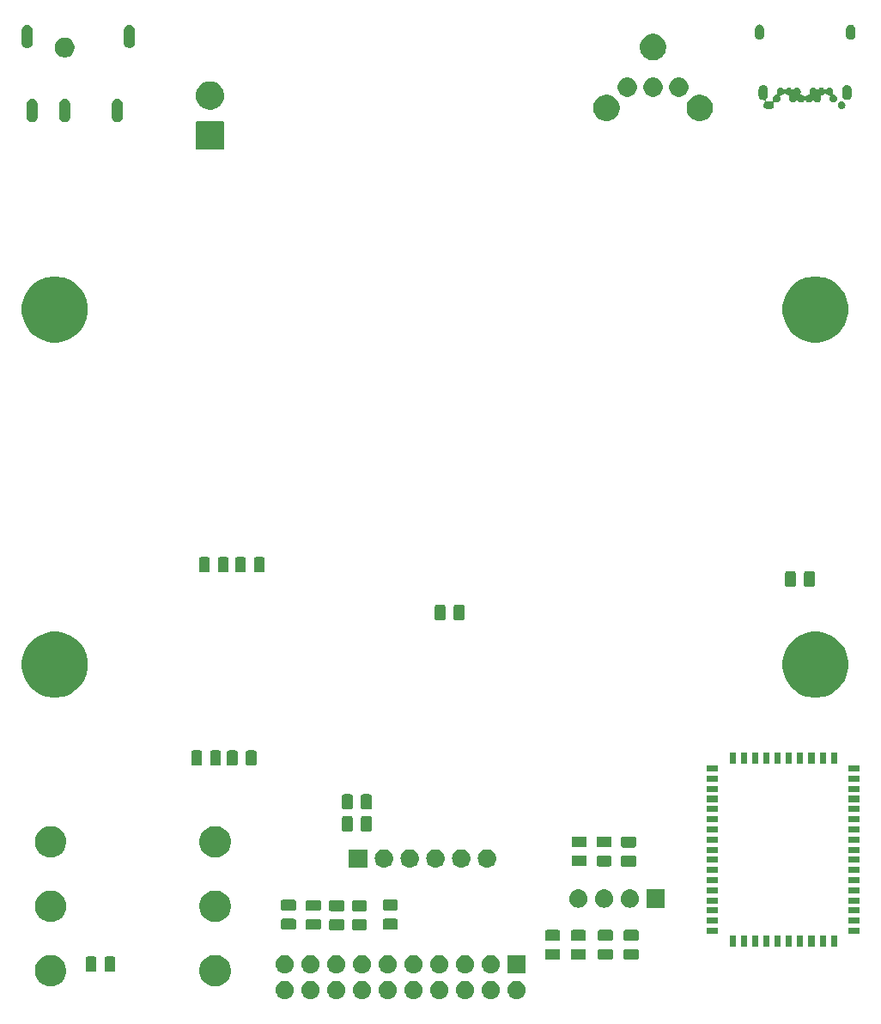
<source format=gbr>
G04 #@! TF.GenerationSoftware,KiCad,Pcbnew,5.0.2+dfsg1-1*
G04 #@! TF.CreationDate,2021-02-28T17:02:00+08:00*
G04 #@! TF.ProjectId,digital-amplifier2,64696769-7461-46c2-9d61-6d706c696669,rev?*
G04 #@! TF.SameCoordinates,Original*
G04 #@! TF.FileFunction,Soldermask,Bot*
G04 #@! TF.FilePolarity,Negative*
%FSLAX46Y46*%
G04 Gerber Fmt 4.6, Leading zero omitted, Abs format (unit mm)*
G04 Created by KiCad (PCBNEW 5.0.2+dfsg1-1) date 2021年02月28日 星期日 17时02分00秒*
%MOMM*%
%LPD*%
G01*
G04 APERTURE LIST*
%ADD10C,0.100000*%
G04 APERTURE END LIST*
D10*
G36*
X90407443Y-146171519D02*
X90473627Y-146178037D01*
X90586853Y-146212384D01*
X90643467Y-146229557D01*
X90782087Y-146303652D01*
X90799991Y-146313222D01*
X90835729Y-146342552D01*
X90937186Y-146425814D01*
X91020448Y-146527271D01*
X91049778Y-146563009D01*
X91049779Y-146563011D01*
X91133443Y-146719533D01*
X91133443Y-146719534D01*
X91184963Y-146889373D01*
X91202359Y-147066000D01*
X91184963Y-147242627D01*
X91150616Y-147355853D01*
X91133443Y-147412467D01*
X91059348Y-147551087D01*
X91049778Y-147568991D01*
X91020448Y-147604729D01*
X90937186Y-147706186D01*
X90835729Y-147789448D01*
X90799991Y-147818778D01*
X90799989Y-147818779D01*
X90643467Y-147902443D01*
X90586853Y-147919616D01*
X90473627Y-147953963D01*
X90407443Y-147960481D01*
X90341260Y-147967000D01*
X90252740Y-147967000D01*
X90186557Y-147960481D01*
X90120373Y-147953963D01*
X90007147Y-147919616D01*
X89950533Y-147902443D01*
X89794011Y-147818779D01*
X89794009Y-147818778D01*
X89758271Y-147789448D01*
X89656814Y-147706186D01*
X89573552Y-147604729D01*
X89544222Y-147568991D01*
X89534652Y-147551087D01*
X89460557Y-147412467D01*
X89443384Y-147355853D01*
X89409037Y-147242627D01*
X89391641Y-147066000D01*
X89409037Y-146889373D01*
X89460557Y-146719534D01*
X89460557Y-146719533D01*
X89544221Y-146563011D01*
X89544222Y-146563009D01*
X89573552Y-146527271D01*
X89656814Y-146425814D01*
X89758271Y-146342552D01*
X89794009Y-146313222D01*
X89811913Y-146303652D01*
X89950533Y-146229557D01*
X90007147Y-146212384D01*
X90120373Y-146178037D01*
X90186557Y-146171519D01*
X90252740Y-146165000D01*
X90341260Y-146165000D01*
X90407443Y-146171519D01*
X90407443Y-146171519D01*
G37*
G36*
X103107443Y-146171519D02*
X103173627Y-146178037D01*
X103286853Y-146212384D01*
X103343467Y-146229557D01*
X103482087Y-146303652D01*
X103499991Y-146313222D01*
X103535729Y-146342552D01*
X103637186Y-146425814D01*
X103720448Y-146527271D01*
X103749778Y-146563009D01*
X103749779Y-146563011D01*
X103833443Y-146719533D01*
X103833443Y-146719534D01*
X103884963Y-146889373D01*
X103902359Y-147066000D01*
X103884963Y-147242627D01*
X103850616Y-147355853D01*
X103833443Y-147412467D01*
X103759348Y-147551087D01*
X103749778Y-147568991D01*
X103720448Y-147604729D01*
X103637186Y-147706186D01*
X103535729Y-147789448D01*
X103499991Y-147818778D01*
X103499989Y-147818779D01*
X103343467Y-147902443D01*
X103286853Y-147919616D01*
X103173627Y-147953963D01*
X103107443Y-147960481D01*
X103041260Y-147967000D01*
X102952740Y-147967000D01*
X102886557Y-147960481D01*
X102820373Y-147953963D01*
X102707147Y-147919616D01*
X102650533Y-147902443D01*
X102494011Y-147818779D01*
X102494009Y-147818778D01*
X102458271Y-147789448D01*
X102356814Y-147706186D01*
X102273552Y-147604729D01*
X102244222Y-147568991D01*
X102234652Y-147551087D01*
X102160557Y-147412467D01*
X102143384Y-147355853D01*
X102109037Y-147242627D01*
X102091641Y-147066000D01*
X102109037Y-146889373D01*
X102160557Y-146719534D01*
X102160557Y-146719533D01*
X102244221Y-146563011D01*
X102244222Y-146563009D01*
X102273552Y-146527271D01*
X102356814Y-146425814D01*
X102458271Y-146342552D01*
X102494009Y-146313222D01*
X102511913Y-146303652D01*
X102650533Y-146229557D01*
X102707147Y-146212384D01*
X102820373Y-146178037D01*
X102886557Y-146171519D01*
X102952740Y-146165000D01*
X103041260Y-146165000D01*
X103107443Y-146171519D01*
X103107443Y-146171519D01*
G37*
G36*
X82787443Y-146171519D02*
X82853627Y-146178037D01*
X82966853Y-146212384D01*
X83023467Y-146229557D01*
X83162087Y-146303652D01*
X83179991Y-146313222D01*
X83215729Y-146342552D01*
X83317186Y-146425814D01*
X83400448Y-146527271D01*
X83429778Y-146563009D01*
X83429779Y-146563011D01*
X83513443Y-146719533D01*
X83513443Y-146719534D01*
X83564963Y-146889373D01*
X83582359Y-147066000D01*
X83564963Y-147242627D01*
X83530616Y-147355853D01*
X83513443Y-147412467D01*
X83439348Y-147551087D01*
X83429778Y-147568991D01*
X83400448Y-147604729D01*
X83317186Y-147706186D01*
X83215729Y-147789448D01*
X83179991Y-147818778D01*
X83179989Y-147818779D01*
X83023467Y-147902443D01*
X82966853Y-147919616D01*
X82853627Y-147953963D01*
X82787443Y-147960481D01*
X82721260Y-147967000D01*
X82632740Y-147967000D01*
X82566557Y-147960481D01*
X82500373Y-147953963D01*
X82387147Y-147919616D01*
X82330533Y-147902443D01*
X82174011Y-147818779D01*
X82174009Y-147818778D01*
X82138271Y-147789448D01*
X82036814Y-147706186D01*
X81953552Y-147604729D01*
X81924222Y-147568991D01*
X81914652Y-147551087D01*
X81840557Y-147412467D01*
X81823384Y-147355853D01*
X81789037Y-147242627D01*
X81771641Y-147066000D01*
X81789037Y-146889373D01*
X81840557Y-146719534D01*
X81840557Y-146719533D01*
X81924221Y-146563011D01*
X81924222Y-146563009D01*
X81953552Y-146527271D01*
X82036814Y-146425814D01*
X82138271Y-146342552D01*
X82174009Y-146313222D01*
X82191913Y-146303652D01*
X82330533Y-146229557D01*
X82387147Y-146212384D01*
X82500373Y-146178037D01*
X82566557Y-146171519D01*
X82632740Y-146165000D01*
X82721260Y-146165000D01*
X82787443Y-146171519D01*
X82787443Y-146171519D01*
G37*
G36*
X85327443Y-146171519D02*
X85393627Y-146178037D01*
X85506853Y-146212384D01*
X85563467Y-146229557D01*
X85702087Y-146303652D01*
X85719991Y-146313222D01*
X85755729Y-146342552D01*
X85857186Y-146425814D01*
X85940448Y-146527271D01*
X85969778Y-146563009D01*
X85969779Y-146563011D01*
X86053443Y-146719533D01*
X86053443Y-146719534D01*
X86104963Y-146889373D01*
X86122359Y-147066000D01*
X86104963Y-147242627D01*
X86070616Y-147355853D01*
X86053443Y-147412467D01*
X85979348Y-147551087D01*
X85969778Y-147568991D01*
X85940448Y-147604729D01*
X85857186Y-147706186D01*
X85755729Y-147789448D01*
X85719991Y-147818778D01*
X85719989Y-147818779D01*
X85563467Y-147902443D01*
X85506853Y-147919616D01*
X85393627Y-147953963D01*
X85327443Y-147960481D01*
X85261260Y-147967000D01*
X85172740Y-147967000D01*
X85106557Y-147960481D01*
X85040373Y-147953963D01*
X84927147Y-147919616D01*
X84870533Y-147902443D01*
X84714011Y-147818779D01*
X84714009Y-147818778D01*
X84678271Y-147789448D01*
X84576814Y-147706186D01*
X84493552Y-147604729D01*
X84464222Y-147568991D01*
X84454652Y-147551087D01*
X84380557Y-147412467D01*
X84363384Y-147355853D01*
X84329037Y-147242627D01*
X84311641Y-147066000D01*
X84329037Y-146889373D01*
X84380557Y-146719534D01*
X84380557Y-146719533D01*
X84464221Y-146563011D01*
X84464222Y-146563009D01*
X84493552Y-146527271D01*
X84576814Y-146425814D01*
X84678271Y-146342552D01*
X84714009Y-146313222D01*
X84731913Y-146303652D01*
X84870533Y-146229557D01*
X84927147Y-146212384D01*
X85040373Y-146178037D01*
X85106557Y-146171519D01*
X85172740Y-146165000D01*
X85261260Y-146165000D01*
X85327443Y-146171519D01*
X85327443Y-146171519D01*
G37*
G36*
X87867443Y-146171519D02*
X87933627Y-146178037D01*
X88046853Y-146212384D01*
X88103467Y-146229557D01*
X88242087Y-146303652D01*
X88259991Y-146313222D01*
X88295729Y-146342552D01*
X88397186Y-146425814D01*
X88480448Y-146527271D01*
X88509778Y-146563009D01*
X88509779Y-146563011D01*
X88593443Y-146719533D01*
X88593443Y-146719534D01*
X88644963Y-146889373D01*
X88662359Y-147066000D01*
X88644963Y-147242627D01*
X88610616Y-147355853D01*
X88593443Y-147412467D01*
X88519348Y-147551087D01*
X88509778Y-147568991D01*
X88480448Y-147604729D01*
X88397186Y-147706186D01*
X88295729Y-147789448D01*
X88259991Y-147818778D01*
X88259989Y-147818779D01*
X88103467Y-147902443D01*
X88046853Y-147919616D01*
X87933627Y-147953963D01*
X87867443Y-147960481D01*
X87801260Y-147967000D01*
X87712740Y-147967000D01*
X87646557Y-147960481D01*
X87580373Y-147953963D01*
X87467147Y-147919616D01*
X87410533Y-147902443D01*
X87254011Y-147818779D01*
X87254009Y-147818778D01*
X87218271Y-147789448D01*
X87116814Y-147706186D01*
X87033552Y-147604729D01*
X87004222Y-147568991D01*
X86994652Y-147551087D01*
X86920557Y-147412467D01*
X86903384Y-147355853D01*
X86869037Y-147242627D01*
X86851641Y-147066000D01*
X86869037Y-146889373D01*
X86920557Y-146719534D01*
X86920557Y-146719533D01*
X87004221Y-146563011D01*
X87004222Y-146563009D01*
X87033552Y-146527271D01*
X87116814Y-146425814D01*
X87218271Y-146342552D01*
X87254009Y-146313222D01*
X87271913Y-146303652D01*
X87410533Y-146229557D01*
X87467147Y-146212384D01*
X87580373Y-146178037D01*
X87646557Y-146171519D01*
X87712740Y-146165000D01*
X87801260Y-146165000D01*
X87867443Y-146171519D01*
X87867443Y-146171519D01*
G37*
G36*
X105647443Y-146171519D02*
X105713627Y-146178037D01*
X105826853Y-146212384D01*
X105883467Y-146229557D01*
X106022087Y-146303652D01*
X106039991Y-146313222D01*
X106075729Y-146342552D01*
X106177186Y-146425814D01*
X106260448Y-146527271D01*
X106289778Y-146563009D01*
X106289779Y-146563011D01*
X106373443Y-146719533D01*
X106373443Y-146719534D01*
X106424963Y-146889373D01*
X106442359Y-147066000D01*
X106424963Y-147242627D01*
X106390616Y-147355853D01*
X106373443Y-147412467D01*
X106299348Y-147551087D01*
X106289778Y-147568991D01*
X106260448Y-147604729D01*
X106177186Y-147706186D01*
X106075729Y-147789448D01*
X106039991Y-147818778D01*
X106039989Y-147818779D01*
X105883467Y-147902443D01*
X105826853Y-147919616D01*
X105713627Y-147953963D01*
X105647443Y-147960481D01*
X105581260Y-147967000D01*
X105492740Y-147967000D01*
X105426557Y-147960481D01*
X105360373Y-147953963D01*
X105247147Y-147919616D01*
X105190533Y-147902443D01*
X105034011Y-147818779D01*
X105034009Y-147818778D01*
X104998271Y-147789448D01*
X104896814Y-147706186D01*
X104813552Y-147604729D01*
X104784222Y-147568991D01*
X104774652Y-147551087D01*
X104700557Y-147412467D01*
X104683384Y-147355853D01*
X104649037Y-147242627D01*
X104631641Y-147066000D01*
X104649037Y-146889373D01*
X104700557Y-146719534D01*
X104700557Y-146719533D01*
X104784221Y-146563011D01*
X104784222Y-146563009D01*
X104813552Y-146527271D01*
X104896814Y-146425814D01*
X104998271Y-146342552D01*
X105034009Y-146313222D01*
X105051913Y-146303652D01*
X105190533Y-146229557D01*
X105247147Y-146212384D01*
X105360373Y-146178037D01*
X105426557Y-146171519D01*
X105492740Y-146165000D01*
X105581260Y-146165000D01*
X105647443Y-146171519D01*
X105647443Y-146171519D01*
G37*
G36*
X98027443Y-146171519D02*
X98093627Y-146178037D01*
X98206853Y-146212384D01*
X98263467Y-146229557D01*
X98402087Y-146303652D01*
X98419991Y-146313222D01*
X98455729Y-146342552D01*
X98557186Y-146425814D01*
X98640448Y-146527271D01*
X98669778Y-146563009D01*
X98669779Y-146563011D01*
X98753443Y-146719533D01*
X98753443Y-146719534D01*
X98804963Y-146889373D01*
X98822359Y-147066000D01*
X98804963Y-147242627D01*
X98770616Y-147355853D01*
X98753443Y-147412467D01*
X98679348Y-147551087D01*
X98669778Y-147568991D01*
X98640448Y-147604729D01*
X98557186Y-147706186D01*
X98455729Y-147789448D01*
X98419991Y-147818778D01*
X98419989Y-147818779D01*
X98263467Y-147902443D01*
X98206853Y-147919616D01*
X98093627Y-147953963D01*
X98027443Y-147960481D01*
X97961260Y-147967000D01*
X97872740Y-147967000D01*
X97806557Y-147960481D01*
X97740373Y-147953963D01*
X97627147Y-147919616D01*
X97570533Y-147902443D01*
X97414011Y-147818779D01*
X97414009Y-147818778D01*
X97378271Y-147789448D01*
X97276814Y-147706186D01*
X97193552Y-147604729D01*
X97164222Y-147568991D01*
X97154652Y-147551087D01*
X97080557Y-147412467D01*
X97063384Y-147355853D01*
X97029037Y-147242627D01*
X97011641Y-147066000D01*
X97029037Y-146889373D01*
X97080557Y-146719534D01*
X97080557Y-146719533D01*
X97164221Y-146563011D01*
X97164222Y-146563009D01*
X97193552Y-146527271D01*
X97276814Y-146425814D01*
X97378271Y-146342552D01*
X97414009Y-146313222D01*
X97431913Y-146303652D01*
X97570533Y-146229557D01*
X97627147Y-146212384D01*
X97740373Y-146178037D01*
X97806557Y-146171519D01*
X97872740Y-146165000D01*
X97961260Y-146165000D01*
X98027443Y-146171519D01*
X98027443Y-146171519D01*
G37*
G36*
X100567443Y-146171519D02*
X100633627Y-146178037D01*
X100746853Y-146212384D01*
X100803467Y-146229557D01*
X100942087Y-146303652D01*
X100959991Y-146313222D01*
X100995729Y-146342552D01*
X101097186Y-146425814D01*
X101180448Y-146527271D01*
X101209778Y-146563009D01*
X101209779Y-146563011D01*
X101293443Y-146719533D01*
X101293443Y-146719534D01*
X101344963Y-146889373D01*
X101362359Y-147066000D01*
X101344963Y-147242627D01*
X101310616Y-147355853D01*
X101293443Y-147412467D01*
X101219348Y-147551087D01*
X101209778Y-147568991D01*
X101180448Y-147604729D01*
X101097186Y-147706186D01*
X100995729Y-147789448D01*
X100959991Y-147818778D01*
X100959989Y-147818779D01*
X100803467Y-147902443D01*
X100746853Y-147919616D01*
X100633627Y-147953963D01*
X100567443Y-147960481D01*
X100501260Y-147967000D01*
X100412740Y-147967000D01*
X100346557Y-147960481D01*
X100280373Y-147953963D01*
X100167147Y-147919616D01*
X100110533Y-147902443D01*
X99954011Y-147818779D01*
X99954009Y-147818778D01*
X99918271Y-147789448D01*
X99816814Y-147706186D01*
X99733552Y-147604729D01*
X99704222Y-147568991D01*
X99694652Y-147551087D01*
X99620557Y-147412467D01*
X99603384Y-147355853D01*
X99569037Y-147242627D01*
X99551641Y-147066000D01*
X99569037Y-146889373D01*
X99620557Y-146719534D01*
X99620557Y-146719533D01*
X99704221Y-146563011D01*
X99704222Y-146563009D01*
X99733552Y-146527271D01*
X99816814Y-146425814D01*
X99918271Y-146342552D01*
X99954009Y-146313222D01*
X99971913Y-146303652D01*
X100110533Y-146229557D01*
X100167147Y-146212384D01*
X100280373Y-146178037D01*
X100346557Y-146171519D01*
X100412740Y-146165000D01*
X100501260Y-146165000D01*
X100567443Y-146171519D01*
X100567443Y-146171519D01*
G37*
G36*
X92947443Y-146171519D02*
X93013627Y-146178037D01*
X93126853Y-146212384D01*
X93183467Y-146229557D01*
X93322087Y-146303652D01*
X93339991Y-146313222D01*
X93375729Y-146342552D01*
X93477186Y-146425814D01*
X93560448Y-146527271D01*
X93589778Y-146563009D01*
X93589779Y-146563011D01*
X93673443Y-146719533D01*
X93673443Y-146719534D01*
X93724963Y-146889373D01*
X93742359Y-147066000D01*
X93724963Y-147242627D01*
X93690616Y-147355853D01*
X93673443Y-147412467D01*
X93599348Y-147551087D01*
X93589778Y-147568991D01*
X93560448Y-147604729D01*
X93477186Y-147706186D01*
X93375729Y-147789448D01*
X93339991Y-147818778D01*
X93339989Y-147818779D01*
X93183467Y-147902443D01*
X93126853Y-147919616D01*
X93013627Y-147953963D01*
X92947443Y-147960481D01*
X92881260Y-147967000D01*
X92792740Y-147967000D01*
X92726557Y-147960481D01*
X92660373Y-147953963D01*
X92547147Y-147919616D01*
X92490533Y-147902443D01*
X92334011Y-147818779D01*
X92334009Y-147818778D01*
X92298271Y-147789448D01*
X92196814Y-147706186D01*
X92113552Y-147604729D01*
X92084222Y-147568991D01*
X92074652Y-147551087D01*
X92000557Y-147412467D01*
X91983384Y-147355853D01*
X91949037Y-147242627D01*
X91931641Y-147066000D01*
X91949037Y-146889373D01*
X92000557Y-146719534D01*
X92000557Y-146719533D01*
X92084221Y-146563011D01*
X92084222Y-146563009D01*
X92113552Y-146527271D01*
X92196814Y-146425814D01*
X92298271Y-146342552D01*
X92334009Y-146313222D01*
X92351913Y-146303652D01*
X92490533Y-146229557D01*
X92547147Y-146212384D01*
X92660373Y-146178037D01*
X92726557Y-146171519D01*
X92792740Y-146165000D01*
X92881260Y-146165000D01*
X92947443Y-146171519D01*
X92947443Y-146171519D01*
G37*
G36*
X95487443Y-146171519D02*
X95553627Y-146178037D01*
X95666853Y-146212384D01*
X95723467Y-146229557D01*
X95862087Y-146303652D01*
X95879991Y-146313222D01*
X95915729Y-146342552D01*
X96017186Y-146425814D01*
X96100448Y-146527271D01*
X96129778Y-146563009D01*
X96129779Y-146563011D01*
X96213443Y-146719533D01*
X96213443Y-146719534D01*
X96264963Y-146889373D01*
X96282359Y-147066000D01*
X96264963Y-147242627D01*
X96230616Y-147355853D01*
X96213443Y-147412467D01*
X96139348Y-147551087D01*
X96129778Y-147568991D01*
X96100448Y-147604729D01*
X96017186Y-147706186D01*
X95915729Y-147789448D01*
X95879991Y-147818778D01*
X95879989Y-147818779D01*
X95723467Y-147902443D01*
X95666853Y-147919616D01*
X95553627Y-147953963D01*
X95487443Y-147960481D01*
X95421260Y-147967000D01*
X95332740Y-147967000D01*
X95266557Y-147960481D01*
X95200373Y-147953963D01*
X95087147Y-147919616D01*
X95030533Y-147902443D01*
X94874011Y-147818779D01*
X94874009Y-147818778D01*
X94838271Y-147789448D01*
X94736814Y-147706186D01*
X94653552Y-147604729D01*
X94624222Y-147568991D01*
X94614652Y-147551087D01*
X94540557Y-147412467D01*
X94523384Y-147355853D01*
X94489037Y-147242627D01*
X94471641Y-147066000D01*
X94489037Y-146889373D01*
X94540557Y-146719534D01*
X94540557Y-146719533D01*
X94624221Y-146563011D01*
X94624222Y-146563009D01*
X94653552Y-146527271D01*
X94736814Y-146425814D01*
X94838271Y-146342552D01*
X94874009Y-146313222D01*
X94891913Y-146303652D01*
X95030533Y-146229557D01*
X95087147Y-146212384D01*
X95200373Y-146178037D01*
X95266557Y-146171519D01*
X95332740Y-146165000D01*
X95421260Y-146165000D01*
X95487443Y-146171519D01*
X95487443Y-146171519D01*
G37*
G36*
X76112712Y-143638037D02*
X76271410Y-143669604D01*
X76553674Y-143786521D01*
X76807705Y-143956259D01*
X77023741Y-144172295D01*
X77193479Y-144426326D01*
X77307925Y-144702625D01*
X77310396Y-144708591D01*
X77370000Y-145008238D01*
X77370000Y-145313762D01*
X77347475Y-145427000D01*
X77310396Y-145613410D01*
X77193479Y-145895674D01*
X77023741Y-146149705D01*
X76807705Y-146365741D01*
X76553674Y-146535479D01*
X76271410Y-146652396D01*
X76171527Y-146672264D01*
X75971762Y-146712000D01*
X75666238Y-146712000D01*
X75466473Y-146672264D01*
X75366590Y-146652396D01*
X75084326Y-146535479D01*
X74830295Y-146365741D01*
X74614259Y-146149705D01*
X74444521Y-145895674D01*
X74327604Y-145613410D01*
X74290525Y-145427000D01*
X74268000Y-145313762D01*
X74268000Y-145008238D01*
X74327604Y-144708591D01*
X74330075Y-144702625D01*
X74444521Y-144426326D01*
X74614259Y-144172295D01*
X74830295Y-143956259D01*
X75084326Y-143786521D01*
X75366590Y-143669604D01*
X75525288Y-143638037D01*
X75666238Y-143610000D01*
X75971762Y-143610000D01*
X76112712Y-143638037D01*
X76112712Y-143638037D01*
G37*
G36*
X59882712Y-143638037D02*
X60041410Y-143669604D01*
X60323674Y-143786521D01*
X60577705Y-143956259D01*
X60793741Y-144172295D01*
X60963479Y-144426326D01*
X61077925Y-144702625D01*
X61080396Y-144708591D01*
X61140000Y-145008238D01*
X61140000Y-145313762D01*
X61117475Y-145427000D01*
X61080396Y-145613410D01*
X60963479Y-145895674D01*
X60793741Y-146149705D01*
X60577705Y-146365741D01*
X60323674Y-146535479D01*
X60041410Y-146652396D01*
X59941527Y-146672264D01*
X59741762Y-146712000D01*
X59436238Y-146712000D01*
X59236473Y-146672264D01*
X59136590Y-146652396D01*
X58854326Y-146535479D01*
X58600295Y-146365741D01*
X58384259Y-146149705D01*
X58214521Y-145895674D01*
X58097604Y-145613410D01*
X58060525Y-145427000D01*
X58038000Y-145313762D01*
X58038000Y-145008238D01*
X58097604Y-144708591D01*
X58100075Y-144702625D01*
X58214521Y-144426326D01*
X58384259Y-144172295D01*
X58600295Y-143956259D01*
X58854326Y-143786521D01*
X59136590Y-143669604D01*
X59295288Y-143638037D01*
X59436238Y-143610000D01*
X59741762Y-143610000D01*
X59882712Y-143638037D01*
X59882712Y-143638037D01*
G37*
G36*
X103107442Y-143631518D02*
X103173627Y-143638037D01*
X103286853Y-143672384D01*
X103343467Y-143689557D01*
X103482087Y-143763652D01*
X103499991Y-143773222D01*
X103535729Y-143802552D01*
X103637186Y-143885814D01*
X103695000Y-143956262D01*
X103749778Y-144023009D01*
X103749779Y-144023011D01*
X103833443Y-144179533D01*
X103833443Y-144179534D01*
X103884963Y-144349373D01*
X103902359Y-144526000D01*
X103884963Y-144702627D01*
X103850616Y-144815853D01*
X103833443Y-144872467D01*
X103761132Y-145007750D01*
X103749778Y-145028991D01*
X103724101Y-145060278D01*
X103637186Y-145166186D01*
X103545229Y-145241652D01*
X103499991Y-145278778D01*
X103499989Y-145278779D01*
X103343467Y-145362443D01*
X103286853Y-145379616D01*
X103173627Y-145413963D01*
X103107443Y-145420481D01*
X103041260Y-145427000D01*
X102952740Y-145427000D01*
X102886557Y-145420481D01*
X102820373Y-145413963D01*
X102707147Y-145379616D01*
X102650533Y-145362443D01*
X102494011Y-145278779D01*
X102494009Y-145278778D01*
X102448771Y-145241652D01*
X102356814Y-145166186D01*
X102269899Y-145060278D01*
X102244222Y-145028991D01*
X102232868Y-145007750D01*
X102160557Y-144872467D01*
X102143384Y-144815853D01*
X102109037Y-144702627D01*
X102091641Y-144526000D01*
X102109037Y-144349373D01*
X102160557Y-144179534D01*
X102160557Y-144179533D01*
X102244221Y-144023011D01*
X102244222Y-144023009D01*
X102299000Y-143956262D01*
X102356814Y-143885814D01*
X102458271Y-143802552D01*
X102494009Y-143773222D01*
X102511913Y-143763652D01*
X102650533Y-143689557D01*
X102707147Y-143672384D01*
X102820373Y-143638037D01*
X102886558Y-143631518D01*
X102952740Y-143625000D01*
X103041260Y-143625000D01*
X103107442Y-143631518D01*
X103107442Y-143631518D01*
G37*
G36*
X82787442Y-143631518D02*
X82853627Y-143638037D01*
X82966853Y-143672384D01*
X83023467Y-143689557D01*
X83162087Y-143763652D01*
X83179991Y-143773222D01*
X83215729Y-143802552D01*
X83317186Y-143885814D01*
X83375000Y-143956262D01*
X83429778Y-144023009D01*
X83429779Y-144023011D01*
X83513443Y-144179533D01*
X83513443Y-144179534D01*
X83564963Y-144349373D01*
X83582359Y-144526000D01*
X83564963Y-144702627D01*
X83530616Y-144815853D01*
X83513443Y-144872467D01*
X83441132Y-145007750D01*
X83429778Y-145028991D01*
X83404101Y-145060278D01*
X83317186Y-145166186D01*
X83225229Y-145241652D01*
X83179991Y-145278778D01*
X83179989Y-145278779D01*
X83023467Y-145362443D01*
X82966853Y-145379616D01*
X82853627Y-145413963D01*
X82787443Y-145420481D01*
X82721260Y-145427000D01*
X82632740Y-145427000D01*
X82566557Y-145420481D01*
X82500373Y-145413963D01*
X82387147Y-145379616D01*
X82330533Y-145362443D01*
X82174011Y-145278779D01*
X82174009Y-145278778D01*
X82128771Y-145241652D01*
X82036814Y-145166186D01*
X81949899Y-145060278D01*
X81924222Y-145028991D01*
X81912868Y-145007750D01*
X81840557Y-144872467D01*
X81823384Y-144815853D01*
X81789037Y-144702627D01*
X81771641Y-144526000D01*
X81789037Y-144349373D01*
X81840557Y-144179534D01*
X81840557Y-144179533D01*
X81924221Y-144023011D01*
X81924222Y-144023009D01*
X81979000Y-143956262D01*
X82036814Y-143885814D01*
X82138271Y-143802552D01*
X82174009Y-143773222D01*
X82191913Y-143763652D01*
X82330533Y-143689557D01*
X82387147Y-143672384D01*
X82500373Y-143638037D01*
X82566558Y-143631518D01*
X82632740Y-143625000D01*
X82721260Y-143625000D01*
X82787442Y-143631518D01*
X82787442Y-143631518D01*
G37*
G36*
X85327442Y-143631518D02*
X85393627Y-143638037D01*
X85506853Y-143672384D01*
X85563467Y-143689557D01*
X85702087Y-143763652D01*
X85719991Y-143773222D01*
X85755729Y-143802552D01*
X85857186Y-143885814D01*
X85915000Y-143956262D01*
X85969778Y-144023009D01*
X85969779Y-144023011D01*
X86053443Y-144179533D01*
X86053443Y-144179534D01*
X86104963Y-144349373D01*
X86122359Y-144526000D01*
X86104963Y-144702627D01*
X86070616Y-144815853D01*
X86053443Y-144872467D01*
X85981132Y-145007750D01*
X85969778Y-145028991D01*
X85944101Y-145060278D01*
X85857186Y-145166186D01*
X85765229Y-145241652D01*
X85719991Y-145278778D01*
X85719989Y-145278779D01*
X85563467Y-145362443D01*
X85506853Y-145379616D01*
X85393627Y-145413963D01*
X85327443Y-145420481D01*
X85261260Y-145427000D01*
X85172740Y-145427000D01*
X85106557Y-145420481D01*
X85040373Y-145413963D01*
X84927147Y-145379616D01*
X84870533Y-145362443D01*
X84714011Y-145278779D01*
X84714009Y-145278778D01*
X84668771Y-145241652D01*
X84576814Y-145166186D01*
X84489899Y-145060278D01*
X84464222Y-145028991D01*
X84452868Y-145007750D01*
X84380557Y-144872467D01*
X84363384Y-144815853D01*
X84329037Y-144702627D01*
X84311641Y-144526000D01*
X84329037Y-144349373D01*
X84380557Y-144179534D01*
X84380557Y-144179533D01*
X84464221Y-144023011D01*
X84464222Y-144023009D01*
X84519000Y-143956262D01*
X84576814Y-143885814D01*
X84678271Y-143802552D01*
X84714009Y-143773222D01*
X84731913Y-143763652D01*
X84870533Y-143689557D01*
X84927147Y-143672384D01*
X85040373Y-143638037D01*
X85106558Y-143631518D01*
X85172740Y-143625000D01*
X85261260Y-143625000D01*
X85327442Y-143631518D01*
X85327442Y-143631518D01*
G37*
G36*
X87867442Y-143631518D02*
X87933627Y-143638037D01*
X88046853Y-143672384D01*
X88103467Y-143689557D01*
X88242087Y-143763652D01*
X88259991Y-143773222D01*
X88295729Y-143802552D01*
X88397186Y-143885814D01*
X88455000Y-143956262D01*
X88509778Y-144023009D01*
X88509779Y-144023011D01*
X88593443Y-144179533D01*
X88593443Y-144179534D01*
X88644963Y-144349373D01*
X88662359Y-144526000D01*
X88644963Y-144702627D01*
X88610616Y-144815853D01*
X88593443Y-144872467D01*
X88521132Y-145007750D01*
X88509778Y-145028991D01*
X88484101Y-145060278D01*
X88397186Y-145166186D01*
X88305229Y-145241652D01*
X88259991Y-145278778D01*
X88259989Y-145278779D01*
X88103467Y-145362443D01*
X88046853Y-145379616D01*
X87933627Y-145413963D01*
X87867443Y-145420481D01*
X87801260Y-145427000D01*
X87712740Y-145427000D01*
X87646557Y-145420481D01*
X87580373Y-145413963D01*
X87467147Y-145379616D01*
X87410533Y-145362443D01*
X87254011Y-145278779D01*
X87254009Y-145278778D01*
X87208771Y-145241652D01*
X87116814Y-145166186D01*
X87029899Y-145060278D01*
X87004222Y-145028991D01*
X86992868Y-145007750D01*
X86920557Y-144872467D01*
X86903384Y-144815853D01*
X86869037Y-144702627D01*
X86851641Y-144526000D01*
X86869037Y-144349373D01*
X86920557Y-144179534D01*
X86920557Y-144179533D01*
X87004221Y-144023011D01*
X87004222Y-144023009D01*
X87059000Y-143956262D01*
X87116814Y-143885814D01*
X87218271Y-143802552D01*
X87254009Y-143773222D01*
X87271913Y-143763652D01*
X87410533Y-143689557D01*
X87467147Y-143672384D01*
X87580373Y-143638037D01*
X87646558Y-143631518D01*
X87712740Y-143625000D01*
X87801260Y-143625000D01*
X87867442Y-143631518D01*
X87867442Y-143631518D01*
G37*
G36*
X106438000Y-145427000D02*
X104636000Y-145427000D01*
X104636000Y-143625000D01*
X106438000Y-143625000D01*
X106438000Y-145427000D01*
X106438000Y-145427000D01*
G37*
G36*
X100567442Y-143631518D02*
X100633627Y-143638037D01*
X100746853Y-143672384D01*
X100803467Y-143689557D01*
X100942087Y-143763652D01*
X100959991Y-143773222D01*
X100995729Y-143802552D01*
X101097186Y-143885814D01*
X101155000Y-143956262D01*
X101209778Y-144023009D01*
X101209779Y-144023011D01*
X101293443Y-144179533D01*
X101293443Y-144179534D01*
X101344963Y-144349373D01*
X101362359Y-144526000D01*
X101344963Y-144702627D01*
X101310616Y-144815853D01*
X101293443Y-144872467D01*
X101221132Y-145007750D01*
X101209778Y-145028991D01*
X101184101Y-145060278D01*
X101097186Y-145166186D01*
X101005229Y-145241652D01*
X100959991Y-145278778D01*
X100959989Y-145278779D01*
X100803467Y-145362443D01*
X100746853Y-145379616D01*
X100633627Y-145413963D01*
X100567443Y-145420481D01*
X100501260Y-145427000D01*
X100412740Y-145427000D01*
X100346557Y-145420481D01*
X100280373Y-145413963D01*
X100167147Y-145379616D01*
X100110533Y-145362443D01*
X99954011Y-145278779D01*
X99954009Y-145278778D01*
X99908771Y-145241652D01*
X99816814Y-145166186D01*
X99729899Y-145060278D01*
X99704222Y-145028991D01*
X99692868Y-145007750D01*
X99620557Y-144872467D01*
X99603384Y-144815853D01*
X99569037Y-144702627D01*
X99551641Y-144526000D01*
X99569037Y-144349373D01*
X99620557Y-144179534D01*
X99620557Y-144179533D01*
X99704221Y-144023011D01*
X99704222Y-144023009D01*
X99759000Y-143956262D01*
X99816814Y-143885814D01*
X99918271Y-143802552D01*
X99954009Y-143773222D01*
X99971913Y-143763652D01*
X100110533Y-143689557D01*
X100167147Y-143672384D01*
X100280373Y-143638037D01*
X100346558Y-143631518D01*
X100412740Y-143625000D01*
X100501260Y-143625000D01*
X100567442Y-143631518D01*
X100567442Y-143631518D01*
G37*
G36*
X95487442Y-143631518D02*
X95553627Y-143638037D01*
X95666853Y-143672384D01*
X95723467Y-143689557D01*
X95862087Y-143763652D01*
X95879991Y-143773222D01*
X95915729Y-143802552D01*
X96017186Y-143885814D01*
X96075000Y-143956262D01*
X96129778Y-144023009D01*
X96129779Y-144023011D01*
X96213443Y-144179533D01*
X96213443Y-144179534D01*
X96264963Y-144349373D01*
X96282359Y-144526000D01*
X96264963Y-144702627D01*
X96230616Y-144815853D01*
X96213443Y-144872467D01*
X96141132Y-145007750D01*
X96129778Y-145028991D01*
X96104101Y-145060278D01*
X96017186Y-145166186D01*
X95925229Y-145241652D01*
X95879991Y-145278778D01*
X95879989Y-145278779D01*
X95723467Y-145362443D01*
X95666853Y-145379616D01*
X95553627Y-145413963D01*
X95487443Y-145420481D01*
X95421260Y-145427000D01*
X95332740Y-145427000D01*
X95266557Y-145420481D01*
X95200373Y-145413963D01*
X95087147Y-145379616D01*
X95030533Y-145362443D01*
X94874011Y-145278779D01*
X94874009Y-145278778D01*
X94828771Y-145241652D01*
X94736814Y-145166186D01*
X94649899Y-145060278D01*
X94624222Y-145028991D01*
X94612868Y-145007750D01*
X94540557Y-144872467D01*
X94523384Y-144815853D01*
X94489037Y-144702627D01*
X94471641Y-144526000D01*
X94489037Y-144349373D01*
X94540557Y-144179534D01*
X94540557Y-144179533D01*
X94624221Y-144023011D01*
X94624222Y-144023009D01*
X94679000Y-143956262D01*
X94736814Y-143885814D01*
X94838271Y-143802552D01*
X94874009Y-143773222D01*
X94891913Y-143763652D01*
X95030533Y-143689557D01*
X95087147Y-143672384D01*
X95200373Y-143638037D01*
X95266558Y-143631518D01*
X95332740Y-143625000D01*
X95421260Y-143625000D01*
X95487442Y-143631518D01*
X95487442Y-143631518D01*
G37*
G36*
X92947442Y-143631518D02*
X93013627Y-143638037D01*
X93126853Y-143672384D01*
X93183467Y-143689557D01*
X93322087Y-143763652D01*
X93339991Y-143773222D01*
X93375729Y-143802552D01*
X93477186Y-143885814D01*
X93535000Y-143956262D01*
X93589778Y-144023009D01*
X93589779Y-144023011D01*
X93673443Y-144179533D01*
X93673443Y-144179534D01*
X93724963Y-144349373D01*
X93742359Y-144526000D01*
X93724963Y-144702627D01*
X93690616Y-144815853D01*
X93673443Y-144872467D01*
X93601132Y-145007750D01*
X93589778Y-145028991D01*
X93564101Y-145060278D01*
X93477186Y-145166186D01*
X93385229Y-145241652D01*
X93339991Y-145278778D01*
X93339989Y-145278779D01*
X93183467Y-145362443D01*
X93126853Y-145379616D01*
X93013627Y-145413963D01*
X92947443Y-145420481D01*
X92881260Y-145427000D01*
X92792740Y-145427000D01*
X92726557Y-145420481D01*
X92660373Y-145413963D01*
X92547147Y-145379616D01*
X92490533Y-145362443D01*
X92334011Y-145278779D01*
X92334009Y-145278778D01*
X92288771Y-145241652D01*
X92196814Y-145166186D01*
X92109899Y-145060278D01*
X92084222Y-145028991D01*
X92072868Y-145007750D01*
X92000557Y-144872467D01*
X91983384Y-144815853D01*
X91949037Y-144702627D01*
X91931641Y-144526000D01*
X91949037Y-144349373D01*
X92000557Y-144179534D01*
X92000557Y-144179533D01*
X92084221Y-144023011D01*
X92084222Y-144023009D01*
X92139000Y-143956262D01*
X92196814Y-143885814D01*
X92298271Y-143802552D01*
X92334009Y-143773222D01*
X92351913Y-143763652D01*
X92490533Y-143689557D01*
X92547147Y-143672384D01*
X92660373Y-143638037D01*
X92726558Y-143631518D01*
X92792740Y-143625000D01*
X92881260Y-143625000D01*
X92947442Y-143631518D01*
X92947442Y-143631518D01*
G37*
G36*
X98027442Y-143631518D02*
X98093627Y-143638037D01*
X98206853Y-143672384D01*
X98263467Y-143689557D01*
X98402087Y-143763652D01*
X98419991Y-143773222D01*
X98455729Y-143802552D01*
X98557186Y-143885814D01*
X98615000Y-143956262D01*
X98669778Y-144023009D01*
X98669779Y-144023011D01*
X98753443Y-144179533D01*
X98753443Y-144179534D01*
X98804963Y-144349373D01*
X98822359Y-144526000D01*
X98804963Y-144702627D01*
X98770616Y-144815853D01*
X98753443Y-144872467D01*
X98681132Y-145007750D01*
X98669778Y-145028991D01*
X98644101Y-145060278D01*
X98557186Y-145166186D01*
X98465229Y-145241652D01*
X98419991Y-145278778D01*
X98419989Y-145278779D01*
X98263467Y-145362443D01*
X98206853Y-145379616D01*
X98093627Y-145413963D01*
X98027443Y-145420481D01*
X97961260Y-145427000D01*
X97872740Y-145427000D01*
X97806557Y-145420481D01*
X97740373Y-145413963D01*
X97627147Y-145379616D01*
X97570533Y-145362443D01*
X97414011Y-145278779D01*
X97414009Y-145278778D01*
X97368771Y-145241652D01*
X97276814Y-145166186D01*
X97189899Y-145060278D01*
X97164222Y-145028991D01*
X97152868Y-145007750D01*
X97080557Y-144872467D01*
X97063384Y-144815853D01*
X97029037Y-144702627D01*
X97011641Y-144526000D01*
X97029037Y-144349373D01*
X97080557Y-144179534D01*
X97080557Y-144179533D01*
X97164221Y-144023011D01*
X97164222Y-144023009D01*
X97219000Y-143956262D01*
X97276814Y-143885814D01*
X97378271Y-143802552D01*
X97414009Y-143773222D01*
X97431913Y-143763652D01*
X97570533Y-143689557D01*
X97627147Y-143672384D01*
X97740373Y-143638037D01*
X97806558Y-143631518D01*
X97872740Y-143625000D01*
X97961260Y-143625000D01*
X98027442Y-143631518D01*
X98027442Y-143631518D01*
G37*
G36*
X90407442Y-143631518D02*
X90473627Y-143638037D01*
X90586853Y-143672384D01*
X90643467Y-143689557D01*
X90782087Y-143763652D01*
X90799991Y-143773222D01*
X90835729Y-143802552D01*
X90937186Y-143885814D01*
X90995000Y-143956262D01*
X91049778Y-144023009D01*
X91049779Y-144023011D01*
X91133443Y-144179533D01*
X91133443Y-144179534D01*
X91184963Y-144349373D01*
X91202359Y-144526000D01*
X91184963Y-144702627D01*
X91150616Y-144815853D01*
X91133443Y-144872467D01*
X91061132Y-145007750D01*
X91049778Y-145028991D01*
X91024101Y-145060278D01*
X90937186Y-145166186D01*
X90845229Y-145241652D01*
X90799991Y-145278778D01*
X90799989Y-145278779D01*
X90643467Y-145362443D01*
X90586853Y-145379616D01*
X90473627Y-145413963D01*
X90407443Y-145420481D01*
X90341260Y-145427000D01*
X90252740Y-145427000D01*
X90186557Y-145420481D01*
X90120373Y-145413963D01*
X90007147Y-145379616D01*
X89950533Y-145362443D01*
X89794011Y-145278779D01*
X89794009Y-145278778D01*
X89748771Y-145241652D01*
X89656814Y-145166186D01*
X89569899Y-145060278D01*
X89544222Y-145028991D01*
X89532868Y-145007750D01*
X89460557Y-144872467D01*
X89443384Y-144815853D01*
X89409037Y-144702627D01*
X89391641Y-144526000D01*
X89409037Y-144349373D01*
X89460557Y-144179534D01*
X89460557Y-144179533D01*
X89544221Y-144023011D01*
X89544222Y-144023009D01*
X89599000Y-143956262D01*
X89656814Y-143885814D01*
X89758271Y-143802552D01*
X89794009Y-143773222D01*
X89811913Y-143763652D01*
X89950533Y-143689557D01*
X90007147Y-143672384D01*
X90120373Y-143638037D01*
X90186558Y-143631518D01*
X90252740Y-143625000D01*
X90341260Y-143625000D01*
X90407442Y-143631518D01*
X90407442Y-143631518D01*
G37*
G36*
X65825466Y-143779565D02*
X65864137Y-143791296D01*
X65899779Y-143810348D01*
X65931017Y-143835983D01*
X65956652Y-143867221D01*
X65975704Y-143902863D01*
X65987435Y-143941534D01*
X65992000Y-143987888D01*
X65992000Y-145064112D01*
X65987435Y-145110466D01*
X65975704Y-145149137D01*
X65956652Y-145184779D01*
X65931017Y-145216017D01*
X65899779Y-145241652D01*
X65864137Y-145260704D01*
X65825466Y-145272435D01*
X65779112Y-145277000D01*
X65127888Y-145277000D01*
X65081534Y-145272435D01*
X65042863Y-145260704D01*
X65007221Y-145241652D01*
X64975983Y-145216017D01*
X64950348Y-145184779D01*
X64931296Y-145149137D01*
X64919565Y-145110466D01*
X64915000Y-145064112D01*
X64915000Y-143987888D01*
X64919565Y-143941534D01*
X64931296Y-143902863D01*
X64950348Y-143867221D01*
X64975983Y-143835983D01*
X65007221Y-143810348D01*
X65042863Y-143791296D01*
X65081534Y-143779565D01*
X65127888Y-143775000D01*
X65779112Y-143775000D01*
X65825466Y-143779565D01*
X65825466Y-143779565D01*
G37*
G36*
X63950466Y-143779565D02*
X63989137Y-143791296D01*
X64024779Y-143810348D01*
X64056017Y-143835983D01*
X64081652Y-143867221D01*
X64100704Y-143902863D01*
X64112435Y-143941534D01*
X64117000Y-143987888D01*
X64117000Y-145064112D01*
X64112435Y-145110466D01*
X64100704Y-145149137D01*
X64081652Y-145184779D01*
X64056017Y-145216017D01*
X64024779Y-145241652D01*
X63989137Y-145260704D01*
X63950466Y-145272435D01*
X63904112Y-145277000D01*
X63252888Y-145277000D01*
X63206534Y-145272435D01*
X63167863Y-145260704D01*
X63132221Y-145241652D01*
X63100983Y-145216017D01*
X63075348Y-145184779D01*
X63056296Y-145149137D01*
X63044565Y-145110466D01*
X63040000Y-145064112D01*
X63040000Y-143987888D01*
X63044565Y-143941534D01*
X63056296Y-143902863D01*
X63075348Y-143867221D01*
X63100983Y-143835983D01*
X63132221Y-143810348D01*
X63167863Y-143791296D01*
X63206534Y-143779565D01*
X63252888Y-143775000D01*
X63904112Y-143775000D01*
X63950466Y-143779565D01*
X63950466Y-143779565D01*
G37*
G36*
X112217466Y-143024565D02*
X112256137Y-143036296D01*
X112291779Y-143055348D01*
X112323017Y-143080983D01*
X112348652Y-143112221D01*
X112367704Y-143147863D01*
X112379435Y-143186534D01*
X112384000Y-143232888D01*
X112384000Y-143884112D01*
X112379435Y-143930466D01*
X112367704Y-143969137D01*
X112348652Y-144004779D01*
X112323017Y-144036017D01*
X112291779Y-144061652D01*
X112256137Y-144080704D01*
X112217466Y-144092435D01*
X112171112Y-144097000D01*
X111094888Y-144097000D01*
X111048534Y-144092435D01*
X111009863Y-144080704D01*
X110974221Y-144061652D01*
X110942983Y-144036017D01*
X110917348Y-144004779D01*
X110898296Y-143969137D01*
X110886565Y-143930466D01*
X110882000Y-143884112D01*
X110882000Y-143232888D01*
X110886565Y-143186534D01*
X110898296Y-143147863D01*
X110917348Y-143112221D01*
X110942983Y-143080983D01*
X110974221Y-143055348D01*
X111009863Y-143036296D01*
X111048534Y-143024565D01*
X111094888Y-143020000D01*
X112171112Y-143020000D01*
X112217466Y-143024565D01*
X112217466Y-143024565D01*
G37*
G36*
X114884466Y-143024565D02*
X114923137Y-143036296D01*
X114958779Y-143055348D01*
X114990017Y-143080983D01*
X115015652Y-143112221D01*
X115034704Y-143147863D01*
X115046435Y-143186534D01*
X115051000Y-143232888D01*
X115051000Y-143884112D01*
X115046435Y-143930466D01*
X115034704Y-143969137D01*
X115015652Y-144004779D01*
X114990017Y-144036017D01*
X114958779Y-144061652D01*
X114923137Y-144080704D01*
X114884466Y-144092435D01*
X114838112Y-144097000D01*
X113761888Y-144097000D01*
X113715534Y-144092435D01*
X113676863Y-144080704D01*
X113641221Y-144061652D01*
X113609983Y-144036017D01*
X113584348Y-144004779D01*
X113565296Y-143969137D01*
X113553565Y-143930466D01*
X113549000Y-143884112D01*
X113549000Y-143232888D01*
X113553565Y-143186534D01*
X113565296Y-143147863D01*
X113584348Y-143112221D01*
X113609983Y-143080983D01*
X113641221Y-143055348D01*
X113676863Y-143036296D01*
X113715534Y-143024565D01*
X113761888Y-143020000D01*
X114838112Y-143020000D01*
X114884466Y-143024565D01*
X114884466Y-143024565D01*
G37*
G36*
X117424466Y-143024565D02*
X117463137Y-143036296D01*
X117498779Y-143055348D01*
X117530017Y-143080983D01*
X117555652Y-143112221D01*
X117574704Y-143147863D01*
X117586435Y-143186534D01*
X117591000Y-143232888D01*
X117591000Y-143884112D01*
X117586435Y-143930466D01*
X117574704Y-143969137D01*
X117555652Y-144004779D01*
X117530017Y-144036017D01*
X117498779Y-144061652D01*
X117463137Y-144080704D01*
X117424466Y-144092435D01*
X117378112Y-144097000D01*
X116301888Y-144097000D01*
X116255534Y-144092435D01*
X116216863Y-144080704D01*
X116181221Y-144061652D01*
X116149983Y-144036017D01*
X116124348Y-144004779D01*
X116105296Y-143969137D01*
X116093565Y-143930466D01*
X116089000Y-143884112D01*
X116089000Y-143232888D01*
X116093565Y-143186534D01*
X116105296Y-143147863D01*
X116124348Y-143112221D01*
X116149983Y-143080983D01*
X116181221Y-143055348D01*
X116216863Y-143036296D01*
X116255534Y-143024565D01*
X116301888Y-143020000D01*
X117378112Y-143020000D01*
X117424466Y-143024565D01*
X117424466Y-143024565D01*
G37*
G36*
X109677466Y-143024565D02*
X109716137Y-143036296D01*
X109751779Y-143055348D01*
X109783017Y-143080983D01*
X109808652Y-143112221D01*
X109827704Y-143147863D01*
X109839435Y-143186534D01*
X109844000Y-143232888D01*
X109844000Y-143884112D01*
X109839435Y-143930466D01*
X109827704Y-143969137D01*
X109808652Y-144004779D01*
X109783017Y-144036017D01*
X109751779Y-144061652D01*
X109716137Y-144080704D01*
X109677466Y-144092435D01*
X109631112Y-144097000D01*
X108554888Y-144097000D01*
X108508534Y-144092435D01*
X108469863Y-144080704D01*
X108434221Y-144061652D01*
X108402983Y-144036017D01*
X108377348Y-144004779D01*
X108358296Y-143969137D01*
X108346565Y-143930466D01*
X108342000Y-143884112D01*
X108342000Y-143232888D01*
X108346565Y-143186534D01*
X108358296Y-143147863D01*
X108377348Y-143112221D01*
X108402983Y-143080983D01*
X108434221Y-143055348D01*
X108469863Y-143036296D01*
X108508534Y-143024565D01*
X108554888Y-143020000D01*
X109631112Y-143020000D01*
X109677466Y-143024565D01*
X109677466Y-143024565D01*
G37*
G36*
X130475333Y-142791000D02*
X129873333Y-142791000D01*
X129873333Y-141689000D01*
X130475333Y-141689000D01*
X130475333Y-142791000D01*
X130475333Y-142791000D01*
G37*
G36*
X128253111Y-142791000D02*
X127651111Y-142791000D01*
X127651111Y-141689000D01*
X128253111Y-141689000D01*
X128253111Y-142791000D01*
X128253111Y-142791000D01*
G37*
G36*
X131586444Y-142791000D02*
X130984444Y-142791000D01*
X130984444Y-141689000D01*
X131586444Y-141689000D01*
X131586444Y-142791000D01*
X131586444Y-142791000D01*
G37*
G36*
X132697555Y-142791000D02*
X132095555Y-142791000D01*
X132095555Y-141689000D01*
X132697555Y-141689000D01*
X132697555Y-142791000D01*
X132697555Y-142791000D01*
G37*
G36*
X129364222Y-142791000D02*
X128762222Y-142791000D01*
X128762222Y-141689000D01*
X129364222Y-141689000D01*
X129364222Y-142791000D01*
X129364222Y-142791000D01*
G37*
G36*
X133808666Y-142791000D02*
X133206666Y-142791000D01*
X133206666Y-141689000D01*
X133808666Y-141689000D01*
X133808666Y-142791000D01*
X133808666Y-142791000D01*
G37*
G36*
X137142000Y-142791000D02*
X136540000Y-142791000D01*
X136540000Y-141689000D01*
X137142000Y-141689000D01*
X137142000Y-142791000D01*
X137142000Y-142791000D01*
G37*
G36*
X134919777Y-142791000D02*
X134317777Y-142791000D01*
X134317777Y-141689000D01*
X134919777Y-141689000D01*
X134919777Y-142791000D01*
X134919777Y-142791000D01*
G37*
G36*
X127142000Y-142791000D02*
X126540000Y-142791000D01*
X126540000Y-141689000D01*
X127142000Y-141689000D01*
X127142000Y-142791000D01*
X127142000Y-142791000D01*
G37*
G36*
X136030888Y-142791000D02*
X135428888Y-142791000D01*
X135428888Y-141689000D01*
X136030888Y-141689000D01*
X136030888Y-142791000D01*
X136030888Y-142791000D01*
G37*
G36*
X114884466Y-141149565D02*
X114923137Y-141161296D01*
X114958779Y-141180348D01*
X114990017Y-141205983D01*
X115015652Y-141237221D01*
X115034704Y-141272863D01*
X115046435Y-141311534D01*
X115051000Y-141357888D01*
X115051000Y-142009112D01*
X115046435Y-142055466D01*
X115034704Y-142094137D01*
X115015652Y-142129779D01*
X114990017Y-142161017D01*
X114958779Y-142186652D01*
X114923137Y-142205704D01*
X114884466Y-142217435D01*
X114838112Y-142222000D01*
X113761888Y-142222000D01*
X113715534Y-142217435D01*
X113676863Y-142205704D01*
X113641221Y-142186652D01*
X113609983Y-142161017D01*
X113584348Y-142129779D01*
X113565296Y-142094137D01*
X113553565Y-142055466D01*
X113549000Y-142009112D01*
X113549000Y-141357888D01*
X113553565Y-141311534D01*
X113565296Y-141272863D01*
X113584348Y-141237221D01*
X113609983Y-141205983D01*
X113641221Y-141180348D01*
X113676863Y-141161296D01*
X113715534Y-141149565D01*
X113761888Y-141145000D01*
X114838112Y-141145000D01*
X114884466Y-141149565D01*
X114884466Y-141149565D01*
G37*
G36*
X112217466Y-141149565D02*
X112256137Y-141161296D01*
X112291779Y-141180348D01*
X112323017Y-141205983D01*
X112348652Y-141237221D01*
X112367704Y-141272863D01*
X112379435Y-141311534D01*
X112384000Y-141357888D01*
X112384000Y-142009112D01*
X112379435Y-142055466D01*
X112367704Y-142094137D01*
X112348652Y-142129779D01*
X112323017Y-142161017D01*
X112291779Y-142186652D01*
X112256137Y-142205704D01*
X112217466Y-142217435D01*
X112171112Y-142222000D01*
X111094888Y-142222000D01*
X111048534Y-142217435D01*
X111009863Y-142205704D01*
X110974221Y-142186652D01*
X110942983Y-142161017D01*
X110917348Y-142129779D01*
X110898296Y-142094137D01*
X110886565Y-142055466D01*
X110882000Y-142009112D01*
X110882000Y-141357888D01*
X110886565Y-141311534D01*
X110898296Y-141272863D01*
X110917348Y-141237221D01*
X110942983Y-141205983D01*
X110974221Y-141180348D01*
X111009863Y-141161296D01*
X111048534Y-141149565D01*
X111094888Y-141145000D01*
X112171112Y-141145000D01*
X112217466Y-141149565D01*
X112217466Y-141149565D01*
G37*
G36*
X109677466Y-141149565D02*
X109716137Y-141161296D01*
X109751779Y-141180348D01*
X109783017Y-141205983D01*
X109808652Y-141237221D01*
X109827704Y-141272863D01*
X109839435Y-141311534D01*
X109844000Y-141357888D01*
X109844000Y-142009112D01*
X109839435Y-142055466D01*
X109827704Y-142094137D01*
X109808652Y-142129779D01*
X109783017Y-142161017D01*
X109751779Y-142186652D01*
X109716137Y-142205704D01*
X109677466Y-142217435D01*
X109631112Y-142222000D01*
X108554888Y-142222000D01*
X108508534Y-142217435D01*
X108469863Y-142205704D01*
X108434221Y-142186652D01*
X108402983Y-142161017D01*
X108377348Y-142129779D01*
X108358296Y-142094137D01*
X108346565Y-142055466D01*
X108342000Y-142009112D01*
X108342000Y-141357888D01*
X108346565Y-141311534D01*
X108358296Y-141272863D01*
X108377348Y-141237221D01*
X108402983Y-141205983D01*
X108434221Y-141180348D01*
X108469863Y-141161296D01*
X108508534Y-141149565D01*
X108554888Y-141145000D01*
X109631112Y-141145000D01*
X109677466Y-141149565D01*
X109677466Y-141149565D01*
G37*
G36*
X117424466Y-141149565D02*
X117463137Y-141161296D01*
X117498779Y-141180348D01*
X117530017Y-141205983D01*
X117555652Y-141237221D01*
X117574704Y-141272863D01*
X117586435Y-141311534D01*
X117591000Y-141357888D01*
X117591000Y-142009112D01*
X117586435Y-142055466D01*
X117574704Y-142094137D01*
X117555652Y-142129779D01*
X117530017Y-142161017D01*
X117498779Y-142186652D01*
X117463137Y-142205704D01*
X117424466Y-142217435D01*
X117378112Y-142222000D01*
X116301888Y-142222000D01*
X116255534Y-142217435D01*
X116216863Y-142205704D01*
X116181221Y-142186652D01*
X116149983Y-142161017D01*
X116124348Y-142129779D01*
X116105296Y-142094137D01*
X116093565Y-142055466D01*
X116089000Y-142009112D01*
X116089000Y-141357888D01*
X116093565Y-141311534D01*
X116105296Y-141272863D01*
X116124348Y-141237221D01*
X116149983Y-141205983D01*
X116181221Y-141180348D01*
X116216863Y-141161296D01*
X116255534Y-141149565D01*
X116301888Y-141145000D01*
X117378112Y-141145000D01*
X117424466Y-141149565D01*
X117424466Y-141149565D01*
G37*
G36*
X139392000Y-141541000D02*
X138290000Y-141541000D01*
X138290000Y-140939000D01*
X139392000Y-140939000D01*
X139392000Y-141541000D01*
X139392000Y-141541000D01*
G37*
G36*
X125392000Y-141541000D02*
X124290000Y-141541000D01*
X124290000Y-140939000D01*
X125392000Y-140939000D01*
X125392000Y-141541000D01*
X125392000Y-141541000D01*
G37*
G36*
X88392266Y-140103565D02*
X88430937Y-140115296D01*
X88466579Y-140134348D01*
X88497817Y-140159983D01*
X88523452Y-140191221D01*
X88542504Y-140226863D01*
X88554235Y-140265534D01*
X88558800Y-140311888D01*
X88558800Y-140963112D01*
X88554235Y-141009466D01*
X88542504Y-141048137D01*
X88523452Y-141083779D01*
X88497817Y-141115017D01*
X88466579Y-141140652D01*
X88430937Y-141159704D01*
X88392266Y-141171435D01*
X88345912Y-141176000D01*
X87269688Y-141176000D01*
X87223334Y-141171435D01*
X87184663Y-141159704D01*
X87149021Y-141140652D01*
X87117783Y-141115017D01*
X87092148Y-141083779D01*
X87073096Y-141048137D01*
X87061365Y-141009466D01*
X87056800Y-140963112D01*
X87056800Y-140311888D01*
X87061365Y-140265534D01*
X87073096Y-140226863D01*
X87092148Y-140191221D01*
X87117783Y-140159983D01*
X87149021Y-140134348D01*
X87184663Y-140115296D01*
X87223334Y-140103565D01*
X87269688Y-140099000D01*
X88345912Y-140099000D01*
X88392266Y-140103565D01*
X88392266Y-140103565D01*
G37*
G36*
X90627466Y-140103565D02*
X90666137Y-140115296D01*
X90701779Y-140134348D01*
X90733017Y-140159983D01*
X90758652Y-140191221D01*
X90777704Y-140226863D01*
X90789435Y-140265534D01*
X90794000Y-140311888D01*
X90794000Y-140963112D01*
X90789435Y-141009466D01*
X90777704Y-141048137D01*
X90758652Y-141083779D01*
X90733017Y-141115017D01*
X90701779Y-141140652D01*
X90666137Y-141159704D01*
X90627466Y-141171435D01*
X90581112Y-141176000D01*
X89504888Y-141176000D01*
X89458534Y-141171435D01*
X89419863Y-141159704D01*
X89384221Y-141140652D01*
X89352983Y-141115017D01*
X89327348Y-141083779D01*
X89308296Y-141048137D01*
X89296565Y-141009466D01*
X89292000Y-140963112D01*
X89292000Y-140311888D01*
X89296565Y-140265534D01*
X89308296Y-140226863D01*
X89327348Y-140191221D01*
X89352983Y-140159983D01*
X89384221Y-140134348D01*
X89419863Y-140115296D01*
X89458534Y-140103565D01*
X89504888Y-140099000D01*
X90581112Y-140099000D01*
X90627466Y-140103565D01*
X90627466Y-140103565D01*
G37*
G36*
X86080866Y-140078165D02*
X86119537Y-140089896D01*
X86155179Y-140108948D01*
X86186417Y-140134583D01*
X86212052Y-140165821D01*
X86231104Y-140201463D01*
X86242835Y-140240134D01*
X86247400Y-140286488D01*
X86247400Y-140937712D01*
X86242835Y-140984066D01*
X86231104Y-141022737D01*
X86212052Y-141058379D01*
X86186417Y-141089617D01*
X86155179Y-141115252D01*
X86119537Y-141134304D01*
X86080866Y-141146035D01*
X86034512Y-141150600D01*
X84958288Y-141150600D01*
X84911934Y-141146035D01*
X84873263Y-141134304D01*
X84837621Y-141115252D01*
X84806383Y-141089617D01*
X84780748Y-141058379D01*
X84761696Y-141022737D01*
X84749965Y-140984066D01*
X84745400Y-140937712D01*
X84745400Y-140286488D01*
X84749965Y-140240134D01*
X84761696Y-140201463D01*
X84780748Y-140165821D01*
X84806383Y-140134583D01*
X84837621Y-140108948D01*
X84873263Y-140089896D01*
X84911934Y-140078165D01*
X84958288Y-140073600D01*
X86034512Y-140073600D01*
X86080866Y-140078165D01*
X86080866Y-140078165D01*
G37*
G36*
X83617066Y-140052765D02*
X83655737Y-140064496D01*
X83691379Y-140083548D01*
X83722617Y-140109183D01*
X83748252Y-140140421D01*
X83767304Y-140176063D01*
X83779035Y-140214734D01*
X83783600Y-140261088D01*
X83783600Y-140912312D01*
X83779035Y-140958666D01*
X83767304Y-140997337D01*
X83748252Y-141032979D01*
X83722617Y-141064217D01*
X83691379Y-141089852D01*
X83655737Y-141108904D01*
X83617066Y-141120635D01*
X83570712Y-141125200D01*
X82494488Y-141125200D01*
X82448134Y-141120635D01*
X82409463Y-141108904D01*
X82373821Y-141089852D01*
X82342583Y-141064217D01*
X82316948Y-141032979D01*
X82297896Y-140997337D01*
X82286165Y-140958666D01*
X82281600Y-140912312D01*
X82281600Y-140261088D01*
X82286165Y-140214734D01*
X82297896Y-140176063D01*
X82316948Y-140140421D01*
X82342583Y-140109183D01*
X82373821Y-140083548D01*
X82409463Y-140064496D01*
X82448134Y-140052765D01*
X82494488Y-140048200D01*
X83570712Y-140048200D01*
X83617066Y-140052765D01*
X83617066Y-140052765D01*
G37*
G36*
X93675466Y-140040065D02*
X93714137Y-140051796D01*
X93749779Y-140070848D01*
X93781017Y-140096483D01*
X93806652Y-140127721D01*
X93825704Y-140163363D01*
X93837435Y-140202034D01*
X93842000Y-140248388D01*
X93842000Y-140899612D01*
X93837435Y-140945966D01*
X93825704Y-140984637D01*
X93806652Y-141020279D01*
X93781017Y-141051517D01*
X93749779Y-141077152D01*
X93714137Y-141096204D01*
X93675466Y-141107935D01*
X93629112Y-141112500D01*
X92552888Y-141112500D01*
X92506534Y-141107935D01*
X92467863Y-141096204D01*
X92432221Y-141077152D01*
X92400983Y-141051517D01*
X92375348Y-141020279D01*
X92356296Y-140984637D01*
X92344565Y-140945966D01*
X92340000Y-140899612D01*
X92340000Y-140248388D01*
X92344565Y-140202034D01*
X92356296Y-140163363D01*
X92375348Y-140127721D01*
X92400983Y-140096483D01*
X92432221Y-140070848D01*
X92467863Y-140051796D01*
X92506534Y-140040065D01*
X92552888Y-140035500D01*
X93629112Y-140035500D01*
X93675466Y-140040065D01*
X93675466Y-140040065D01*
G37*
G36*
X139392000Y-140541000D02*
X138290000Y-140541000D01*
X138290000Y-139939000D01*
X139392000Y-139939000D01*
X139392000Y-140541000D01*
X139392000Y-140541000D01*
G37*
G36*
X125392000Y-140541000D02*
X124290000Y-140541000D01*
X124290000Y-139939000D01*
X125392000Y-139939000D01*
X125392000Y-140541000D01*
X125392000Y-140541000D01*
G37*
G36*
X59923856Y-137296221D02*
X60041410Y-137319604D01*
X60323674Y-137436521D01*
X60577705Y-137606259D01*
X60793741Y-137822295D01*
X60963479Y-138076326D01*
X61080396Y-138358590D01*
X61084102Y-138377222D01*
X61140000Y-138658238D01*
X61140000Y-138963762D01*
X61101236Y-139158639D01*
X61080396Y-139263410D01*
X60963479Y-139545674D01*
X60793741Y-139799705D01*
X60577705Y-140015741D01*
X60323674Y-140185479D01*
X60041410Y-140302396D01*
X59965728Y-140317450D01*
X59741762Y-140362000D01*
X59436238Y-140362000D01*
X59212272Y-140317450D01*
X59136590Y-140302396D01*
X58854326Y-140185479D01*
X58600295Y-140015741D01*
X58384259Y-139799705D01*
X58214521Y-139545674D01*
X58097604Y-139263410D01*
X58076764Y-139158639D01*
X58038000Y-138963762D01*
X58038000Y-138658238D01*
X58093898Y-138377222D01*
X58097604Y-138358590D01*
X58214521Y-138076326D01*
X58384259Y-137822295D01*
X58600295Y-137606259D01*
X58854326Y-137436521D01*
X59136590Y-137319604D01*
X59254144Y-137296221D01*
X59436238Y-137260000D01*
X59741762Y-137260000D01*
X59923856Y-137296221D01*
X59923856Y-137296221D01*
G37*
G36*
X76153856Y-137296221D02*
X76271410Y-137319604D01*
X76553674Y-137436521D01*
X76807705Y-137606259D01*
X77023741Y-137822295D01*
X77193479Y-138076326D01*
X77310396Y-138358590D01*
X77314102Y-138377222D01*
X77370000Y-138658238D01*
X77370000Y-138963762D01*
X77331236Y-139158639D01*
X77310396Y-139263410D01*
X77193479Y-139545674D01*
X77023741Y-139799705D01*
X76807705Y-140015741D01*
X76553674Y-140185479D01*
X76271410Y-140302396D01*
X76195728Y-140317450D01*
X75971762Y-140362000D01*
X75666238Y-140362000D01*
X75442272Y-140317450D01*
X75366590Y-140302396D01*
X75084326Y-140185479D01*
X74830295Y-140015741D01*
X74614259Y-139799705D01*
X74444521Y-139545674D01*
X74327604Y-139263410D01*
X74306764Y-139158639D01*
X74268000Y-138963762D01*
X74268000Y-138658238D01*
X74323898Y-138377222D01*
X74327604Y-138358590D01*
X74444521Y-138076326D01*
X74614259Y-137822295D01*
X74830295Y-137606259D01*
X75084326Y-137436521D01*
X75366590Y-137319604D01*
X75484144Y-137296221D01*
X75666238Y-137260000D01*
X75971762Y-137260000D01*
X76153856Y-137296221D01*
X76153856Y-137296221D01*
G37*
G36*
X125392000Y-139541000D02*
X124290000Y-139541000D01*
X124290000Y-138939000D01*
X125392000Y-138939000D01*
X125392000Y-139541000D01*
X125392000Y-139541000D01*
G37*
G36*
X139392000Y-139541000D02*
X138290000Y-139541000D01*
X138290000Y-138939000D01*
X139392000Y-138939000D01*
X139392000Y-139541000D01*
X139392000Y-139541000D01*
G37*
G36*
X88392266Y-138228565D02*
X88430937Y-138240296D01*
X88466579Y-138259348D01*
X88497817Y-138284983D01*
X88523452Y-138316221D01*
X88542504Y-138351863D01*
X88554235Y-138390534D01*
X88558800Y-138436888D01*
X88558800Y-139088112D01*
X88554235Y-139134466D01*
X88542504Y-139173137D01*
X88523452Y-139208779D01*
X88497817Y-139240017D01*
X88466579Y-139265652D01*
X88430937Y-139284704D01*
X88392266Y-139296435D01*
X88345912Y-139301000D01*
X87269688Y-139301000D01*
X87223334Y-139296435D01*
X87184663Y-139284704D01*
X87149021Y-139265652D01*
X87117783Y-139240017D01*
X87092148Y-139208779D01*
X87073096Y-139173137D01*
X87061365Y-139134466D01*
X87056800Y-139088112D01*
X87056800Y-138436888D01*
X87061365Y-138390534D01*
X87073096Y-138351863D01*
X87092148Y-138316221D01*
X87117783Y-138284983D01*
X87149021Y-138259348D01*
X87184663Y-138240296D01*
X87223334Y-138228565D01*
X87269688Y-138224000D01*
X88345912Y-138224000D01*
X88392266Y-138228565D01*
X88392266Y-138228565D01*
G37*
G36*
X90627466Y-138228565D02*
X90666137Y-138240296D01*
X90701779Y-138259348D01*
X90733017Y-138284983D01*
X90758652Y-138316221D01*
X90777704Y-138351863D01*
X90789435Y-138390534D01*
X90794000Y-138436888D01*
X90794000Y-139088112D01*
X90789435Y-139134466D01*
X90777704Y-139173137D01*
X90758652Y-139208779D01*
X90733017Y-139240017D01*
X90701779Y-139265652D01*
X90666137Y-139284704D01*
X90627466Y-139296435D01*
X90581112Y-139301000D01*
X89504888Y-139301000D01*
X89458534Y-139296435D01*
X89419863Y-139284704D01*
X89384221Y-139265652D01*
X89352983Y-139240017D01*
X89327348Y-139208779D01*
X89308296Y-139173137D01*
X89296565Y-139134466D01*
X89292000Y-139088112D01*
X89292000Y-138436888D01*
X89296565Y-138390534D01*
X89308296Y-138351863D01*
X89327348Y-138316221D01*
X89352983Y-138284983D01*
X89384221Y-138259348D01*
X89419863Y-138240296D01*
X89458534Y-138228565D01*
X89504888Y-138224000D01*
X90581112Y-138224000D01*
X90627466Y-138228565D01*
X90627466Y-138228565D01*
G37*
G36*
X86080866Y-138203165D02*
X86119537Y-138214896D01*
X86155179Y-138233948D01*
X86186417Y-138259583D01*
X86212052Y-138290821D01*
X86231104Y-138326463D01*
X86242835Y-138365134D01*
X86247400Y-138411488D01*
X86247400Y-139062712D01*
X86242835Y-139109066D01*
X86231104Y-139147737D01*
X86212052Y-139183379D01*
X86186417Y-139214617D01*
X86155179Y-139240252D01*
X86119537Y-139259304D01*
X86080866Y-139271035D01*
X86034512Y-139275600D01*
X84958288Y-139275600D01*
X84911934Y-139271035D01*
X84873263Y-139259304D01*
X84837621Y-139240252D01*
X84806383Y-139214617D01*
X84780748Y-139183379D01*
X84761696Y-139147737D01*
X84749965Y-139109066D01*
X84745400Y-139062712D01*
X84745400Y-138411488D01*
X84749965Y-138365134D01*
X84761696Y-138326463D01*
X84780748Y-138290821D01*
X84806383Y-138259583D01*
X84837621Y-138233948D01*
X84873263Y-138214896D01*
X84911934Y-138203165D01*
X84958288Y-138198600D01*
X86034512Y-138198600D01*
X86080866Y-138203165D01*
X86080866Y-138203165D01*
G37*
G36*
X83617066Y-138177765D02*
X83655737Y-138189496D01*
X83691379Y-138208548D01*
X83722617Y-138234183D01*
X83748252Y-138265421D01*
X83767304Y-138301063D01*
X83779035Y-138339734D01*
X83783600Y-138386088D01*
X83783600Y-139037312D01*
X83779035Y-139083666D01*
X83767304Y-139122337D01*
X83748252Y-139157979D01*
X83722617Y-139189217D01*
X83691379Y-139214852D01*
X83655737Y-139233904D01*
X83617066Y-139245635D01*
X83570712Y-139250200D01*
X82494488Y-139250200D01*
X82448134Y-139245635D01*
X82409463Y-139233904D01*
X82373821Y-139214852D01*
X82342583Y-139189217D01*
X82316948Y-139157979D01*
X82297896Y-139122337D01*
X82286165Y-139083666D01*
X82281600Y-139037312D01*
X82281600Y-138386088D01*
X82286165Y-138339734D01*
X82297896Y-138301063D01*
X82316948Y-138265421D01*
X82342583Y-138234183D01*
X82373821Y-138208548D01*
X82409463Y-138189496D01*
X82448134Y-138177765D01*
X82494488Y-138173200D01*
X83570712Y-138173200D01*
X83617066Y-138177765D01*
X83617066Y-138177765D01*
G37*
G36*
X93675466Y-138165065D02*
X93714137Y-138176796D01*
X93749779Y-138195848D01*
X93781017Y-138221483D01*
X93806652Y-138252721D01*
X93825704Y-138288363D01*
X93837435Y-138327034D01*
X93842000Y-138373388D01*
X93842000Y-139024612D01*
X93837435Y-139070966D01*
X93825704Y-139109637D01*
X93806652Y-139145279D01*
X93781017Y-139176517D01*
X93749779Y-139202152D01*
X93714137Y-139221204D01*
X93675466Y-139232935D01*
X93629112Y-139237500D01*
X92552888Y-139237500D01*
X92506534Y-139232935D01*
X92467863Y-139221204D01*
X92432221Y-139202152D01*
X92400983Y-139176517D01*
X92375348Y-139145279D01*
X92356296Y-139109637D01*
X92344565Y-139070966D01*
X92340000Y-139024612D01*
X92340000Y-138373388D01*
X92344565Y-138327034D01*
X92356296Y-138288363D01*
X92375348Y-138252721D01*
X92400983Y-138221483D01*
X92432221Y-138195848D01*
X92467863Y-138176796D01*
X92506534Y-138165065D01*
X92552888Y-138160500D01*
X93629112Y-138160500D01*
X93675466Y-138165065D01*
X93675466Y-138165065D01*
G37*
G36*
X120154000Y-138950000D02*
X118352000Y-138950000D01*
X118352000Y-137148000D01*
X120154000Y-137148000D01*
X120154000Y-138950000D01*
X120154000Y-138950000D01*
G37*
G36*
X116823443Y-137154519D02*
X116889627Y-137161037D01*
X117002853Y-137195384D01*
X117059467Y-137212557D01*
X117148225Y-137260000D01*
X117215991Y-137296222D01*
X117244482Y-137319604D01*
X117353186Y-137408814D01*
X117436448Y-137510271D01*
X117465778Y-137546009D01*
X117465779Y-137546011D01*
X117549443Y-137702533D01*
X117549443Y-137702534D01*
X117600963Y-137872373D01*
X117618359Y-138049000D01*
X117600963Y-138225627D01*
X117580567Y-138292863D01*
X117549443Y-138395467D01*
X117510753Y-138467850D01*
X117465778Y-138551991D01*
X117436448Y-138587729D01*
X117353186Y-138689186D01*
X117251729Y-138772448D01*
X117215991Y-138801778D01*
X117215989Y-138801779D01*
X117059467Y-138885443D01*
X117002853Y-138902616D01*
X116889627Y-138936963D01*
X116823443Y-138943481D01*
X116757260Y-138950000D01*
X116668740Y-138950000D01*
X116602557Y-138943481D01*
X116536373Y-138936963D01*
X116423147Y-138902616D01*
X116366533Y-138885443D01*
X116210011Y-138801779D01*
X116210009Y-138801778D01*
X116174271Y-138772448D01*
X116072814Y-138689186D01*
X115989552Y-138587729D01*
X115960222Y-138551991D01*
X115915247Y-138467850D01*
X115876557Y-138395467D01*
X115845433Y-138292863D01*
X115825037Y-138225627D01*
X115807641Y-138049000D01*
X115825037Y-137872373D01*
X115876557Y-137702534D01*
X115876557Y-137702533D01*
X115960221Y-137546011D01*
X115960222Y-137546009D01*
X115989552Y-137510271D01*
X116072814Y-137408814D01*
X116181518Y-137319604D01*
X116210009Y-137296222D01*
X116277775Y-137260000D01*
X116366533Y-137212557D01*
X116423147Y-137195384D01*
X116536373Y-137161037D01*
X116602557Y-137154519D01*
X116668740Y-137148000D01*
X116757260Y-137148000D01*
X116823443Y-137154519D01*
X116823443Y-137154519D01*
G37*
G36*
X114283443Y-137154519D02*
X114349627Y-137161037D01*
X114462853Y-137195384D01*
X114519467Y-137212557D01*
X114608225Y-137260000D01*
X114675991Y-137296222D01*
X114704482Y-137319604D01*
X114813186Y-137408814D01*
X114896448Y-137510271D01*
X114925778Y-137546009D01*
X114925779Y-137546011D01*
X115009443Y-137702533D01*
X115009443Y-137702534D01*
X115060963Y-137872373D01*
X115078359Y-138049000D01*
X115060963Y-138225627D01*
X115040567Y-138292863D01*
X115009443Y-138395467D01*
X114970753Y-138467850D01*
X114925778Y-138551991D01*
X114896448Y-138587729D01*
X114813186Y-138689186D01*
X114711729Y-138772448D01*
X114675991Y-138801778D01*
X114675989Y-138801779D01*
X114519467Y-138885443D01*
X114462853Y-138902616D01*
X114349627Y-138936963D01*
X114283443Y-138943481D01*
X114217260Y-138950000D01*
X114128740Y-138950000D01*
X114062557Y-138943481D01*
X113996373Y-138936963D01*
X113883147Y-138902616D01*
X113826533Y-138885443D01*
X113670011Y-138801779D01*
X113670009Y-138801778D01*
X113634271Y-138772448D01*
X113532814Y-138689186D01*
X113449552Y-138587729D01*
X113420222Y-138551991D01*
X113375247Y-138467850D01*
X113336557Y-138395467D01*
X113305433Y-138292863D01*
X113285037Y-138225627D01*
X113267641Y-138049000D01*
X113285037Y-137872373D01*
X113336557Y-137702534D01*
X113336557Y-137702533D01*
X113420221Y-137546011D01*
X113420222Y-137546009D01*
X113449552Y-137510271D01*
X113532814Y-137408814D01*
X113641518Y-137319604D01*
X113670009Y-137296222D01*
X113737775Y-137260000D01*
X113826533Y-137212557D01*
X113883147Y-137195384D01*
X113996373Y-137161037D01*
X114062557Y-137154519D01*
X114128740Y-137148000D01*
X114217260Y-137148000D01*
X114283443Y-137154519D01*
X114283443Y-137154519D01*
G37*
G36*
X111743443Y-137154519D02*
X111809627Y-137161037D01*
X111922853Y-137195384D01*
X111979467Y-137212557D01*
X112068225Y-137260000D01*
X112135991Y-137296222D01*
X112164482Y-137319604D01*
X112273186Y-137408814D01*
X112356448Y-137510271D01*
X112385778Y-137546009D01*
X112385779Y-137546011D01*
X112469443Y-137702533D01*
X112469443Y-137702534D01*
X112520963Y-137872373D01*
X112538359Y-138049000D01*
X112520963Y-138225627D01*
X112500567Y-138292863D01*
X112469443Y-138395467D01*
X112430753Y-138467850D01*
X112385778Y-138551991D01*
X112356448Y-138587729D01*
X112273186Y-138689186D01*
X112171729Y-138772448D01*
X112135991Y-138801778D01*
X112135989Y-138801779D01*
X111979467Y-138885443D01*
X111922853Y-138902616D01*
X111809627Y-138936963D01*
X111743443Y-138943481D01*
X111677260Y-138950000D01*
X111588740Y-138950000D01*
X111522557Y-138943481D01*
X111456373Y-138936963D01*
X111343147Y-138902616D01*
X111286533Y-138885443D01*
X111130011Y-138801779D01*
X111130009Y-138801778D01*
X111094271Y-138772448D01*
X110992814Y-138689186D01*
X110909552Y-138587729D01*
X110880222Y-138551991D01*
X110835247Y-138467850D01*
X110796557Y-138395467D01*
X110765433Y-138292863D01*
X110745037Y-138225627D01*
X110727641Y-138049000D01*
X110745037Y-137872373D01*
X110796557Y-137702534D01*
X110796557Y-137702533D01*
X110880221Y-137546011D01*
X110880222Y-137546009D01*
X110909552Y-137510271D01*
X110992814Y-137408814D01*
X111101518Y-137319604D01*
X111130009Y-137296222D01*
X111197775Y-137260000D01*
X111286533Y-137212557D01*
X111343147Y-137195384D01*
X111456373Y-137161037D01*
X111522557Y-137154519D01*
X111588740Y-137148000D01*
X111677260Y-137148000D01*
X111743443Y-137154519D01*
X111743443Y-137154519D01*
G37*
G36*
X139392000Y-138541000D02*
X138290000Y-138541000D01*
X138290000Y-137939000D01*
X139392000Y-137939000D01*
X139392000Y-138541000D01*
X139392000Y-138541000D01*
G37*
G36*
X125392000Y-138541000D02*
X124290000Y-138541000D01*
X124290000Y-137939000D01*
X125392000Y-137939000D01*
X125392000Y-138541000D01*
X125392000Y-138541000D01*
G37*
G36*
X139392000Y-137541000D02*
X138290000Y-137541000D01*
X138290000Y-136939000D01*
X139392000Y-136939000D01*
X139392000Y-137541000D01*
X139392000Y-137541000D01*
G37*
G36*
X125392000Y-137541000D02*
X124290000Y-137541000D01*
X124290000Y-136939000D01*
X125392000Y-136939000D01*
X125392000Y-137541000D01*
X125392000Y-137541000D01*
G37*
G36*
X125392000Y-136541000D02*
X124290000Y-136541000D01*
X124290000Y-135939000D01*
X125392000Y-135939000D01*
X125392000Y-136541000D01*
X125392000Y-136541000D01*
G37*
G36*
X139392000Y-136541000D02*
X138290000Y-136541000D01*
X138290000Y-135939000D01*
X139392000Y-135939000D01*
X139392000Y-136541000D01*
X139392000Y-136541000D01*
G37*
G36*
X139392000Y-135541000D02*
X138290000Y-135541000D01*
X138290000Y-134939000D01*
X139392000Y-134939000D01*
X139392000Y-135541000D01*
X139392000Y-135541000D01*
G37*
G36*
X125392000Y-135541000D02*
X124290000Y-135541000D01*
X124290000Y-134939000D01*
X125392000Y-134939000D01*
X125392000Y-135541000D01*
X125392000Y-135541000D01*
G37*
G36*
X95106443Y-133217519D02*
X95172627Y-133224037D01*
X95285853Y-133258384D01*
X95342467Y-133275557D01*
X95481087Y-133349652D01*
X95498991Y-133359222D01*
X95534729Y-133388552D01*
X95636186Y-133471814D01*
X95719448Y-133573271D01*
X95748778Y-133609009D01*
X95748779Y-133609011D01*
X95832443Y-133765533D01*
X95844222Y-133804365D01*
X95883963Y-133935373D01*
X95901359Y-134112000D01*
X95883963Y-134288627D01*
X95849616Y-134401853D01*
X95832443Y-134458467D01*
X95758348Y-134597087D01*
X95748778Y-134614991D01*
X95734039Y-134632950D01*
X95636186Y-134752186D01*
X95543175Y-134828517D01*
X95498991Y-134864778D01*
X95498989Y-134864779D01*
X95342467Y-134948443D01*
X95285853Y-134965616D01*
X95172627Y-134999963D01*
X95106443Y-135006481D01*
X95040260Y-135013000D01*
X94951740Y-135013000D01*
X94885557Y-135006481D01*
X94819373Y-134999963D01*
X94706147Y-134965616D01*
X94649533Y-134948443D01*
X94493011Y-134864779D01*
X94493009Y-134864778D01*
X94448825Y-134828517D01*
X94355814Y-134752186D01*
X94257961Y-134632950D01*
X94243222Y-134614991D01*
X94233652Y-134597087D01*
X94159557Y-134458467D01*
X94142384Y-134401853D01*
X94108037Y-134288627D01*
X94090641Y-134112000D01*
X94108037Y-133935373D01*
X94147778Y-133804365D01*
X94159557Y-133765533D01*
X94243221Y-133609011D01*
X94243222Y-133609009D01*
X94272552Y-133573271D01*
X94355814Y-133471814D01*
X94457271Y-133388552D01*
X94493009Y-133359222D01*
X94510913Y-133349652D01*
X94649533Y-133275557D01*
X94706147Y-133258384D01*
X94819373Y-133224037D01*
X94885557Y-133217519D01*
X94951740Y-133211000D01*
X95040260Y-133211000D01*
X95106443Y-133217519D01*
X95106443Y-133217519D01*
G37*
G36*
X100186443Y-133217519D02*
X100252627Y-133224037D01*
X100365853Y-133258384D01*
X100422467Y-133275557D01*
X100561087Y-133349652D01*
X100578991Y-133359222D01*
X100614729Y-133388552D01*
X100716186Y-133471814D01*
X100799448Y-133573271D01*
X100828778Y-133609009D01*
X100828779Y-133609011D01*
X100912443Y-133765533D01*
X100924222Y-133804365D01*
X100963963Y-133935373D01*
X100981359Y-134112000D01*
X100963963Y-134288627D01*
X100929616Y-134401853D01*
X100912443Y-134458467D01*
X100838348Y-134597087D01*
X100828778Y-134614991D01*
X100814039Y-134632950D01*
X100716186Y-134752186D01*
X100623175Y-134828517D01*
X100578991Y-134864778D01*
X100578989Y-134864779D01*
X100422467Y-134948443D01*
X100365853Y-134965616D01*
X100252627Y-134999963D01*
X100186443Y-135006481D01*
X100120260Y-135013000D01*
X100031740Y-135013000D01*
X99965557Y-135006481D01*
X99899373Y-134999963D01*
X99786147Y-134965616D01*
X99729533Y-134948443D01*
X99573011Y-134864779D01*
X99573009Y-134864778D01*
X99528825Y-134828517D01*
X99435814Y-134752186D01*
X99337961Y-134632950D01*
X99323222Y-134614991D01*
X99313652Y-134597087D01*
X99239557Y-134458467D01*
X99222384Y-134401853D01*
X99188037Y-134288627D01*
X99170641Y-134112000D01*
X99188037Y-133935373D01*
X99227778Y-133804365D01*
X99239557Y-133765533D01*
X99323221Y-133609011D01*
X99323222Y-133609009D01*
X99352552Y-133573271D01*
X99435814Y-133471814D01*
X99537271Y-133388552D01*
X99573009Y-133359222D01*
X99590913Y-133349652D01*
X99729533Y-133275557D01*
X99786147Y-133258384D01*
X99899373Y-133224037D01*
X99965557Y-133217519D01*
X100031740Y-133211000D01*
X100120260Y-133211000D01*
X100186443Y-133217519D01*
X100186443Y-133217519D01*
G37*
G36*
X102726443Y-133217519D02*
X102792627Y-133224037D01*
X102905853Y-133258384D01*
X102962467Y-133275557D01*
X103101087Y-133349652D01*
X103118991Y-133359222D01*
X103154729Y-133388552D01*
X103256186Y-133471814D01*
X103339448Y-133573271D01*
X103368778Y-133609009D01*
X103368779Y-133609011D01*
X103452443Y-133765533D01*
X103464222Y-133804365D01*
X103503963Y-133935373D01*
X103521359Y-134112000D01*
X103503963Y-134288627D01*
X103469616Y-134401853D01*
X103452443Y-134458467D01*
X103378348Y-134597087D01*
X103368778Y-134614991D01*
X103354039Y-134632950D01*
X103256186Y-134752186D01*
X103163175Y-134828517D01*
X103118991Y-134864778D01*
X103118989Y-134864779D01*
X102962467Y-134948443D01*
X102905853Y-134965616D01*
X102792627Y-134999963D01*
X102726443Y-135006481D01*
X102660260Y-135013000D01*
X102571740Y-135013000D01*
X102505557Y-135006481D01*
X102439373Y-134999963D01*
X102326147Y-134965616D01*
X102269533Y-134948443D01*
X102113011Y-134864779D01*
X102113009Y-134864778D01*
X102068825Y-134828517D01*
X101975814Y-134752186D01*
X101877961Y-134632950D01*
X101863222Y-134614991D01*
X101853652Y-134597087D01*
X101779557Y-134458467D01*
X101762384Y-134401853D01*
X101728037Y-134288627D01*
X101710641Y-134112000D01*
X101728037Y-133935373D01*
X101767778Y-133804365D01*
X101779557Y-133765533D01*
X101863221Y-133609011D01*
X101863222Y-133609009D01*
X101892552Y-133573271D01*
X101975814Y-133471814D01*
X102077271Y-133388552D01*
X102113009Y-133359222D01*
X102130913Y-133349652D01*
X102269533Y-133275557D01*
X102326147Y-133258384D01*
X102439373Y-133224037D01*
X102505557Y-133217519D01*
X102571740Y-133211000D01*
X102660260Y-133211000D01*
X102726443Y-133217519D01*
X102726443Y-133217519D01*
G37*
G36*
X97646443Y-133217519D02*
X97712627Y-133224037D01*
X97825853Y-133258384D01*
X97882467Y-133275557D01*
X98021087Y-133349652D01*
X98038991Y-133359222D01*
X98074729Y-133388552D01*
X98176186Y-133471814D01*
X98259448Y-133573271D01*
X98288778Y-133609009D01*
X98288779Y-133609011D01*
X98372443Y-133765533D01*
X98384222Y-133804365D01*
X98423963Y-133935373D01*
X98441359Y-134112000D01*
X98423963Y-134288627D01*
X98389616Y-134401853D01*
X98372443Y-134458467D01*
X98298348Y-134597087D01*
X98288778Y-134614991D01*
X98274039Y-134632950D01*
X98176186Y-134752186D01*
X98083175Y-134828517D01*
X98038991Y-134864778D01*
X98038989Y-134864779D01*
X97882467Y-134948443D01*
X97825853Y-134965616D01*
X97712627Y-134999963D01*
X97646443Y-135006481D01*
X97580260Y-135013000D01*
X97491740Y-135013000D01*
X97425557Y-135006481D01*
X97359373Y-134999963D01*
X97246147Y-134965616D01*
X97189533Y-134948443D01*
X97033011Y-134864779D01*
X97033009Y-134864778D01*
X96988825Y-134828517D01*
X96895814Y-134752186D01*
X96797961Y-134632950D01*
X96783222Y-134614991D01*
X96773652Y-134597087D01*
X96699557Y-134458467D01*
X96682384Y-134401853D01*
X96648037Y-134288627D01*
X96630641Y-134112000D01*
X96648037Y-133935373D01*
X96687778Y-133804365D01*
X96699557Y-133765533D01*
X96783221Y-133609011D01*
X96783222Y-133609009D01*
X96812552Y-133573271D01*
X96895814Y-133471814D01*
X96997271Y-133388552D01*
X97033009Y-133359222D01*
X97050913Y-133349652D01*
X97189533Y-133275557D01*
X97246147Y-133258384D01*
X97359373Y-133224037D01*
X97425557Y-133217519D01*
X97491740Y-133211000D01*
X97580260Y-133211000D01*
X97646443Y-133217519D01*
X97646443Y-133217519D01*
G37*
G36*
X90817000Y-135013000D02*
X89015000Y-135013000D01*
X89015000Y-133211000D01*
X90817000Y-133211000D01*
X90817000Y-135013000D01*
X90817000Y-135013000D01*
G37*
G36*
X92566443Y-133217519D02*
X92632627Y-133224037D01*
X92745853Y-133258384D01*
X92802467Y-133275557D01*
X92941087Y-133349652D01*
X92958991Y-133359222D01*
X92994729Y-133388552D01*
X93096186Y-133471814D01*
X93179448Y-133573271D01*
X93208778Y-133609009D01*
X93208779Y-133609011D01*
X93292443Y-133765533D01*
X93304222Y-133804365D01*
X93343963Y-133935373D01*
X93361359Y-134112000D01*
X93343963Y-134288627D01*
X93309616Y-134401853D01*
X93292443Y-134458467D01*
X93218348Y-134597087D01*
X93208778Y-134614991D01*
X93194039Y-134632950D01*
X93096186Y-134752186D01*
X93003175Y-134828517D01*
X92958991Y-134864778D01*
X92958989Y-134864779D01*
X92802467Y-134948443D01*
X92745853Y-134965616D01*
X92632627Y-134999963D01*
X92566443Y-135006481D01*
X92500260Y-135013000D01*
X92411740Y-135013000D01*
X92345557Y-135006481D01*
X92279373Y-134999963D01*
X92166147Y-134965616D01*
X92109533Y-134948443D01*
X91953011Y-134864779D01*
X91953009Y-134864778D01*
X91908825Y-134828517D01*
X91815814Y-134752186D01*
X91717961Y-134632950D01*
X91703222Y-134614991D01*
X91693652Y-134597087D01*
X91619557Y-134458467D01*
X91602384Y-134401853D01*
X91568037Y-134288627D01*
X91550641Y-134112000D01*
X91568037Y-133935373D01*
X91607778Y-133804365D01*
X91619557Y-133765533D01*
X91703221Y-133609011D01*
X91703222Y-133609009D01*
X91732552Y-133573271D01*
X91815814Y-133471814D01*
X91917271Y-133388552D01*
X91953009Y-133359222D01*
X91970913Y-133349652D01*
X92109533Y-133275557D01*
X92166147Y-133258384D01*
X92279373Y-133224037D01*
X92345557Y-133217519D01*
X92411740Y-133211000D01*
X92500260Y-133211000D01*
X92566443Y-133217519D01*
X92566443Y-133217519D01*
G37*
G36*
X117170466Y-133829765D02*
X117209137Y-133841496D01*
X117244779Y-133860548D01*
X117276017Y-133886183D01*
X117301652Y-133917421D01*
X117320704Y-133953063D01*
X117332435Y-133991734D01*
X117337000Y-134038088D01*
X117337000Y-134689312D01*
X117332435Y-134735666D01*
X117320704Y-134774337D01*
X117301652Y-134809979D01*
X117276017Y-134841217D01*
X117244779Y-134866852D01*
X117209137Y-134885904D01*
X117170466Y-134897635D01*
X117124112Y-134902200D01*
X116047888Y-134902200D01*
X116001534Y-134897635D01*
X115962863Y-134885904D01*
X115927221Y-134866852D01*
X115895983Y-134841217D01*
X115870348Y-134809979D01*
X115851296Y-134774337D01*
X115839565Y-134735666D01*
X115835000Y-134689312D01*
X115835000Y-134038088D01*
X115839565Y-133991734D01*
X115851296Y-133953063D01*
X115870348Y-133917421D01*
X115895983Y-133886183D01*
X115927221Y-133860548D01*
X115962863Y-133841496D01*
X116001534Y-133829765D01*
X116047888Y-133825200D01*
X117124112Y-133825200D01*
X117170466Y-133829765D01*
X117170466Y-133829765D01*
G37*
G36*
X114757466Y-133817065D02*
X114796137Y-133828796D01*
X114831779Y-133847848D01*
X114863017Y-133873483D01*
X114888652Y-133904721D01*
X114907704Y-133940363D01*
X114919435Y-133979034D01*
X114924000Y-134025388D01*
X114924000Y-134676612D01*
X114919435Y-134722966D01*
X114907704Y-134761637D01*
X114888652Y-134797279D01*
X114863017Y-134828517D01*
X114831779Y-134854152D01*
X114796137Y-134873204D01*
X114757466Y-134884935D01*
X114711112Y-134889500D01*
X113634888Y-134889500D01*
X113588534Y-134884935D01*
X113549863Y-134873204D01*
X113514221Y-134854152D01*
X113482983Y-134828517D01*
X113457348Y-134797279D01*
X113438296Y-134761637D01*
X113426565Y-134722966D01*
X113422000Y-134676612D01*
X113422000Y-134025388D01*
X113426565Y-133979034D01*
X113438296Y-133940363D01*
X113457348Y-133904721D01*
X113482983Y-133873483D01*
X113514221Y-133847848D01*
X113549863Y-133828796D01*
X113588534Y-133817065D01*
X113634888Y-133812500D01*
X114711112Y-133812500D01*
X114757466Y-133817065D01*
X114757466Y-133817065D01*
G37*
G36*
X112306366Y-133804365D02*
X112345037Y-133816096D01*
X112380679Y-133835148D01*
X112411917Y-133860783D01*
X112437552Y-133892021D01*
X112456604Y-133927663D01*
X112468335Y-133966334D01*
X112472900Y-134012688D01*
X112472900Y-134663912D01*
X112468335Y-134710266D01*
X112456604Y-134748937D01*
X112437552Y-134784579D01*
X112411917Y-134815817D01*
X112380679Y-134841452D01*
X112345037Y-134860504D01*
X112306366Y-134872235D01*
X112260012Y-134876800D01*
X111183788Y-134876800D01*
X111137434Y-134872235D01*
X111098763Y-134860504D01*
X111063121Y-134841452D01*
X111031883Y-134815817D01*
X111006248Y-134784579D01*
X110987196Y-134748937D01*
X110975465Y-134710266D01*
X110970900Y-134663912D01*
X110970900Y-134012688D01*
X110975465Y-133966334D01*
X110987196Y-133927663D01*
X111006248Y-133892021D01*
X111031883Y-133860783D01*
X111063121Y-133835148D01*
X111098763Y-133816096D01*
X111137434Y-133804365D01*
X111183788Y-133799800D01*
X112260012Y-133799800D01*
X112306366Y-133804365D01*
X112306366Y-133804365D01*
G37*
G36*
X139392000Y-134541000D02*
X138290000Y-134541000D01*
X138290000Y-133939000D01*
X139392000Y-133939000D01*
X139392000Y-134541000D01*
X139392000Y-134541000D01*
G37*
G36*
X125392000Y-134541000D02*
X124290000Y-134541000D01*
X124290000Y-133939000D01*
X125392000Y-133939000D01*
X125392000Y-134541000D01*
X125392000Y-134541000D01*
G37*
G36*
X59941527Y-130949736D02*
X60041410Y-130969604D01*
X60323674Y-131086521D01*
X60577705Y-131256259D01*
X60793741Y-131472295D01*
X60963479Y-131726326D01*
X61080396Y-132008590D01*
X61089163Y-132052663D01*
X61119813Y-132206750D01*
X61140000Y-132308240D01*
X61140000Y-132613760D01*
X61080396Y-132913410D01*
X60963479Y-133195674D01*
X60793741Y-133449705D01*
X60577705Y-133665741D01*
X60323674Y-133835479D01*
X60041410Y-133952396D01*
X59971339Y-133966334D01*
X59741762Y-134012000D01*
X59436238Y-134012000D01*
X59206661Y-133966334D01*
X59136590Y-133952396D01*
X58854326Y-133835479D01*
X58600295Y-133665741D01*
X58384259Y-133449705D01*
X58214521Y-133195674D01*
X58097604Y-132913410D01*
X58038000Y-132613760D01*
X58038000Y-132308240D01*
X58058188Y-132206750D01*
X58088837Y-132052663D01*
X58097604Y-132008590D01*
X58214521Y-131726326D01*
X58384259Y-131472295D01*
X58600295Y-131256259D01*
X58854326Y-131086521D01*
X59136590Y-130969604D01*
X59236473Y-130949736D01*
X59436238Y-130910000D01*
X59741762Y-130910000D01*
X59941527Y-130949736D01*
X59941527Y-130949736D01*
G37*
G36*
X76171527Y-130949736D02*
X76271410Y-130969604D01*
X76553674Y-131086521D01*
X76807705Y-131256259D01*
X77023741Y-131472295D01*
X77193479Y-131726326D01*
X77310396Y-132008590D01*
X77319163Y-132052663D01*
X77349813Y-132206750D01*
X77370000Y-132308240D01*
X77370000Y-132613760D01*
X77310396Y-132913410D01*
X77193479Y-133195674D01*
X77023741Y-133449705D01*
X76807705Y-133665741D01*
X76553674Y-133835479D01*
X76271410Y-133952396D01*
X76201339Y-133966334D01*
X75971762Y-134012000D01*
X75666238Y-134012000D01*
X75436661Y-133966334D01*
X75366590Y-133952396D01*
X75084326Y-133835479D01*
X74830295Y-133665741D01*
X74614259Y-133449705D01*
X74444521Y-133195674D01*
X74327604Y-132913410D01*
X74268000Y-132613760D01*
X74268000Y-132308240D01*
X74288188Y-132206750D01*
X74318837Y-132052663D01*
X74327604Y-132008590D01*
X74444521Y-131726326D01*
X74614259Y-131472295D01*
X74830295Y-131256259D01*
X75084326Y-131086521D01*
X75366590Y-130969604D01*
X75466473Y-130949736D01*
X75666238Y-130910000D01*
X75971762Y-130910000D01*
X76171527Y-130949736D01*
X76171527Y-130949736D01*
G37*
G36*
X139392000Y-133541000D02*
X138290000Y-133541000D01*
X138290000Y-132939000D01*
X139392000Y-132939000D01*
X139392000Y-133541000D01*
X139392000Y-133541000D01*
G37*
G36*
X125392000Y-133541000D02*
X124290000Y-133541000D01*
X124290000Y-132939000D01*
X125392000Y-132939000D01*
X125392000Y-133541000D01*
X125392000Y-133541000D01*
G37*
G36*
X117170466Y-131954765D02*
X117209137Y-131966496D01*
X117244779Y-131985548D01*
X117276017Y-132011183D01*
X117301652Y-132042421D01*
X117320704Y-132078063D01*
X117332435Y-132116734D01*
X117337000Y-132163088D01*
X117337000Y-132814312D01*
X117332435Y-132860666D01*
X117320704Y-132899337D01*
X117301652Y-132934979D01*
X117276017Y-132966217D01*
X117244779Y-132991852D01*
X117209137Y-133010904D01*
X117170466Y-133022635D01*
X117124112Y-133027200D01*
X116047888Y-133027200D01*
X116001534Y-133022635D01*
X115962863Y-133010904D01*
X115927221Y-132991852D01*
X115895983Y-132966217D01*
X115870348Y-132934979D01*
X115851296Y-132899337D01*
X115839565Y-132860666D01*
X115835000Y-132814312D01*
X115835000Y-132163088D01*
X115839565Y-132116734D01*
X115851296Y-132078063D01*
X115870348Y-132042421D01*
X115895983Y-132011183D01*
X115927221Y-131985548D01*
X115962863Y-131966496D01*
X116001534Y-131954765D01*
X116047888Y-131950200D01*
X117124112Y-131950200D01*
X117170466Y-131954765D01*
X117170466Y-131954765D01*
G37*
G36*
X114757466Y-131942065D02*
X114796137Y-131953796D01*
X114831779Y-131972848D01*
X114863017Y-131998483D01*
X114888652Y-132029721D01*
X114907704Y-132065363D01*
X114919435Y-132104034D01*
X114924000Y-132150388D01*
X114924000Y-132801612D01*
X114919435Y-132847966D01*
X114907704Y-132886637D01*
X114888652Y-132922279D01*
X114863017Y-132953517D01*
X114831779Y-132979152D01*
X114796137Y-132998204D01*
X114757466Y-133009935D01*
X114711112Y-133014500D01*
X113634888Y-133014500D01*
X113588534Y-133009935D01*
X113549863Y-132998204D01*
X113514221Y-132979152D01*
X113482983Y-132953517D01*
X113457348Y-132922279D01*
X113438296Y-132886637D01*
X113426565Y-132847966D01*
X113422000Y-132801612D01*
X113422000Y-132150388D01*
X113426565Y-132104034D01*
X113438296Y-132065363D01*
X113457348Y-132029721D01*
X113482983Y-131998483D01*
X113514221Y-131972848D01*
X113549863Y-131953796D01*
X113588534Y-131942065D01*
X113634888Y-131937500D01*
X114711112Y-131937500D01*
X114757466Y-131942065D01*
X114757466Y-131942065D01*
G37*
G36*
X112306366Y-131929365D02*
X112345037Y-131941096D01*
X112380679Y-131960148D01*
X112411917Y-131985783D01*
X112437552Y-132017021D01*
X112456604Y-132052663D01*
X112468335Y-132091334D01*
X112472900Y-132137688D01*
X112472900Y-132788912D01*
X112468335Y-132835266D01*
X112456604Y-132873937D01*
X112437552Y-132909579D01*
X112411917Y-132940817D01*
X112380679Y-132966452D01*
X112345037Y-132985504D01*
X112306366Y-132997235D01*
X112260012Y-133001800D01*
X111183788Y-133001800D01*
X111137434Y-132997235D01*
X111098763Y-132985504D01*
X111063121Y-132966452D01*
X111031883Y-132940817D01*
X111006248Y-132909579D01*
X110987196Y-132873937D01*
X110975465Y-132835266D01*
X110970900Y-132788912D01*
X110970900Y-132137688D01*
X110975465Y-132091334D01*
X110987196Y-132052663D01*
X111006248Y-132017021D01*
X111031883Y-131985783D01*
X111063121Y-131960148D01*
X111098763Y-131941096D01*
X111137434Y-131929365D01*
X111183788Y-131924800D01*
X112260012Y-131924800D01*
X112306366Y-131929365D01*
X112306366Y-131929365D01*
G37*
G36*
X125392000Y-132541000D02*
X124290000Y-132541000D01*
X124290000Y-131939000D01*
X125392000Y-131939000D01*
X125392000Y-132541000D01*
X125392000Y-132541000D01*
G37*
G36*
X139392000Y-132541000D02*
X138290000Y-132541000D01*
X138290000Y-131939000D01*
X139392000Y-131939000D01*
X139392000Y-132541000D01*
X139392000Y-132541000D01*
G37*
G36*
X139392000Y-131541000D02*
X138290000Y-131541000D01*
X138290000Y-130939000D01*
X139392000Y-130939000D01*
X139392000Y-131541000D01*
X139392000Y-131541000D01*
G37*
G36*
X125392000Y-131541000D02*
X124290000Y-131541000D01*
X124290000Y-130939000D01*
X125392000Y-130939000D01*
X125392000Y-131541000D01*
X125392000Y-131541000D01*
G37*
G36*
X89223466Y-129936565D02*
X89262137Y-129948296D01*
X89297779Y-129967348D01*
X89329017Y-129992983D01*
X89354652Y-130024221D01*
X89373704Y-130059863D01*
X89385435Y-130098534D01*
X89390000Y-130144888D01*
X89390000Y-131221112D01*
X89385435Y-131267466D01*
X89373704Y-131306137D01*
X89354652Y-131341779D01*
X89329017Y-131373017D01*
X89297779Y-131398652D01*
X89262137Y-131417704D01*
X89223466Y-131429435D01*
X89177112Y-131434000D01*
X88525888Y-131434000D01*
X88479534Y-131429435D01*
X88440863Y-131417704D01*
X88405221Y-131398652D01*
X88373983Y-131373017D01*
X88348348Y-131341779D01*
X88329296Y-131306137D01*
X88317565Y-131267466D01*
X88313000Y-131221112D01*
X88313000Y-130144888D01*
X88317565Y-130098534D01*
X88329296Y-130059863D01*
X88348348Y-130024221D01*
X88373983Y-129992983D01*
X88405221Y-129967348D01*
X88440863Y-129948296D01*
X88479534Y-129936565D01*
X88525888Y-129932000D01*
X89177112Y-129932000D01*
X89223466Y-129936565D01*
X89223466Y-129936565D01*
G37*
G36*
X91098466Y-129936565D02*
X91137137Y-129948296D01*
X91172779Y-129967348D01*
X91204017Y-129992983D01*
X91229652Y-130024221D01*
X91248704Y-130059863D01*
X91260435Y-130098534D01*
X91265000Y-130144888D01*
X91265000Y-131221112D01*
X91260435Y-131267466D01*
X91248704Y-131306137D01*
X91229652Y-131341779D01*
X91204017Y-131373017D01*
X91172779Y-131398652D01*
X91137137Y-131417704D01*
X91098466Y-131429435D01*
X91052112Y-131434000D01*
X90400888Y-131434000D01*
X90354534Y-131429435D01*
X90315863Y-131417704D01*
X90280221Y-131398652D01*
X90248983Y-131373017D01*
X90223348Y-131341779D01*
X90204296Y-131306137D01*
X90192565Y-131267466D01*
X90188000Y-131221112D01*
X90188000Y-130144888D01*
X90192565Y-130098534D01*
X90204296Y-130059863D01*
X90223348Y-130024221D01*
X90248983Y-129992983D01*
X90280221Y-129967348D01*
X90315863Y-129948296D01*
X90354534Y-129936565D01*
X90400888Y-129932000D01*
X91052112Y-129932000D01*
X91098466Y-129936565D01*
X91098466Y-129936565D01*
G37*
G36*
X125392000Y-130541000D02*
X124290000Y-130541000D01*
X124290000Y-129939000D01*
X125392000Y-129939000D01*
X125392000Y-130541000D01*
X125392000Y-130541000D01*
G37*
G36*
X139392000Y-130541000D02*
X138290000Y-130541000D01*
X138290000Y-129939000D01*
X139392000Y-129939000D01*
X139392000Y-130541000D01*
X139392000Y-130541000D01*
G37*
G36*
X125392000Y-129541000D02*
X124290000Y-129541000D01*
X124290000Y-128939000D01*
X125392000Y-128939000D01*
X125392000Y-129541000D01*
X125392000Y-129541000D01*
G37*
G36*
X139392000Y-129541000D02*
X138290000Y-129541000D01*
X138290000Y-128939000D01*
X139392000Y-128939000D01*
X139392000Y-129541000D01*
X139392000Y-129541000D01*
G37*
G36*
X91098466Y-127777565D02*
X91137137Y-127789296D01*
X91172779Y-127808348D01*
X91204017Y-127833983D01*
X91229652Y-127865221D01*
X91248704Y-127900863D01*
X91260435Y-127939534D01*
X91265000Y-127985888D01*
X91265000Y-129062112D01*
X91260435Y-129108466D01*
X91248704Y-129147137D01*
X91229652Y-129182779D01*
X91204017Y-129214017D01*
X91172779Y-129239652D01*
X91137137Y-129258704D01*
X91098466Y-129270435D01*
X91052112Y-129275000D01*
X90400888Y-129275000D01*
X90354534Y-129270435D01*
X90315863Y-129258704D01*
X90280221Y-129239652D01*
X90248983Y-129214017D01*
X90223348Y-129182779D01*
X90204296Y-129147137D01*
X90192565Y-129108466D01*
X90188000Y-129062112D01*
X90188000Y-127985888D01*
X90192565Y-127939534D01*
X90204296Y-127900863D01*
X90223348Y-127865221D01*
X90248983Y-127833983D01*
X90280221Y-127808348D01*
X90315863Y-127789296D01*
X90354534Y-127777565D01*
X90400888Y-127773000D01*
X91052112Y-127773000D01*
X91098466Y-127777565D01*
X91098466Y-127777565D01*
G37*
G36*
X89223466Y-127777565D02*
X89262137Y-127789296D01*
X89297779Y-127808348D01*
X89329017Y-127833983D01*
X89354652Y-127865221D01*
X89373704Y-127900863D01*
X89385435Y-127939534D01*
X89390000Y-127985888D01*
X89390000Y-129062112D01*
X89385435Y-129108466D01*
X89373704Y-129147137D01*
X89354652Y-129182779D01*
X89329017Y-129214017D01*
X89297779Y-129239652D01*
X89262137Y-129258704D01*
X89223466Y-129270435D01*
X89177112Y-129275000D01*
X88525888Y-129275000D01*
X88479534Y-129270435D01*
X88440863Y-129258704D01*
X88405221Y-129239652D01*
X88373983Y-129214017D01*
X88348348Y-129182779D01*
X88329296Y-129147137D01*
X88317565Y-129108466D01*
X88313000Y-129062112D01*
X88313000Y-127985888D01*
X88317565Y-127939534D01*
X88329296Y-127900863D01*
X88348348Y-127865221D01*
X88373983Y-127833983D01*
X88405221Y-127808348D01*
X88440863Y-127789296D01*
X88479534Y-127777565D01*
X88525888Y-127773000D01*
X89177112Y-127773000D01*
X89223466Y-127777565D01*
X89223466Y-127777565D01*
G37*
G36*
X125392000Y-128541000D02*
X124290000Y-128541000D01*
X124290000Y-127939000D01*
X125392000Y-127939000D01*
X125392000Y-128541000D01*
X125392000Y-128541000D01*
G37*
G36*
X139392000Y-128541000D02*
X138290000Y-128541000D01*
X138290000Y-127939000D01*
X139392000Y-127939000D01*
X139392000Y-128541000D01*
X139392000Y-128541000D01*
G37*
G36*
X139392000Y-127541000D02*
X138290000Y-127541000D01*
X138290000Y-126939000D01*
X139392000Y-126939000D01*
X139392000Y-127541000D01*
X139392000Y-127541000D01*
G37*
G36*
X125392000Y-127541000D02*
X124290000Y-127541000D01*
X124290000Y-126939000D01*
X125392000Y-126939000D01*
X125392000Y-127541000D01*
X125392000Y-127541000D01*
G37*
G36*
X125392000Y-126541000D02*
X124290000Y-126541000D01*
X124290000Y-125939000D01*
X125392000Y-125939000D01*
X125392000Y-126541000D01*
X125392000Y-126541000D01*
G37*
G36*
X139392000Y-126541000D02*
X138290000Y-126541000D01*
X138290000Y-125939000D01*
X139392000Y-125939000D01*
X139392000Y-126541000D01*
X139392000Y-126541000D01*
G37*
G36*
X125392000Y-125541000D02*
X124290000Y-125541000D01*
X124290000Y-124939000D01*
X125392000Y-124939000D01*
X125392000Y-125541000D01*
X125392000Y-125541000D01*
G37*
G36*
X139392000Y-125541000D02*
X138290000Y-125541000D01*
X138290000Y-124939000D01*
X139392000Y-124939000D01*
X139392000Y-125541000D01*
X139392000Y-125541000D01*
G37*
G36*
X76239466Y-123459565D02*
X76278137Y-123471296D01*
X76313779Y-123490348D01*
X76345017Y-123515983D01*
X76370652Y-123547221D01*
X76389704Y-123582863D01*
X76401435Y-123621534D01*
X76406000Y-123667888D01*
X76406000Y-124744112D01*
X76401435Y-124790466D01*
X76389704Y-124829137D01*
X76370652Y-124864779D01*
X76345017Y-124896017D01*
X76313779Y-124921652D01*
X76278137Y-124940704D01*
X76239466Y-124952435D01*
X76193112Y-124957000D01*
X75541888Y-124957000D01*
X75495534Y-124952435D01*
X75456863Y-124940704D01*
X75421221Y-124921652D01*
X75389983Y-124896017D01*
X75364348Y-124864779D01*
X75345296Y-124829137D01*
X75333565Y-124790466D01*
X75329000Y-124744112D01*
X75329000Y-123667888D01*
X75333565Y-123621534D01*
X75345296Y-123582863D01*
X75364348Y-123547221D01*
X75389983Y-123515983D01*
X75421221Y-123490348D01*
X75456863Y-123471296D01*
X75495534Y-123459565D01*
X75541888Y-123455000D01*
X76193112Y-123455000D01*
X76239466Y-123459565D01*
X76239466Y-123459565D01*
G37*
G36*
X77871966Y-123459565D02*
X77910637Y-123471296D01*
X77946279Y-123490348D01*
X77977517Y-123515983D01*
X78003152Y-123547221D01*
X78022204Y-123582863D01*
X78033935Y-123621534D01*
X78038500Y-123667888D01*
X78038500Y-124744112D01*
X78033935Y-124790466D01*
X78022204Y-124829137D01*
X78003152Y-124864779D01*
X77977517Y-124896017D01*
X77946279Y-124921652D01*
X77910637Y-124940704D01*
X77871966Y-124952435D01*
X77825612Y-124957000D01*
X77174388Y-124957000D01*
X77128034Y-124952435D01*
X77089363Y-124940704D01*
X77053721Y-124921652D01*
X77022483Y-124896017D01*
X76996848Y-124864779D01*
X76977796Y-124829137D01*
X76966065Y-124790466D01*
X76961500Y-124744112D01*
X76961500Y-123667888D01*
X76966065Y-123621534D01*
X76977796Y-123582863D01*
X76996848Y-123547221D01*
X77022483Y-123515983D01*
X77053721Y-123490348D01*
X77089363Y-123471296D01*
X77128034Y-123459565D01*
X77174388Y-123455000D01*
X77825612Y-123455000D01*
X77871966Y-123459565D01*
X77871966Y-123459565D01*
G37*
G36*
X79746966Y-123459565D02*
X79785637Y-123471296D01*
X79821279Y-123490348D01*
X79852517Y-123515983D01*
X79878152Y-123547221D01*
X79897204Y-123582863D01*
X79908935Y-123621534D01*
X79913500Y-123667888D01*
X79913500Y-124744112D01*
X79908935Y-124790466D01*
X79897204Y-124829137D01*
X79878152Y-124864779D01*
X79852517Y-124896017D01*
X79821279Y-124921652D01*
X79785637Y-124940704D01*
X79746966Y-124952435D01*
X79700612Y-124957000D01*
X79049388Y-124957000D01*
X79003034Y-124952435D01*
X78964363Y-124940704D01*
X78928721Y-124921652D01*
X78897483Y-124896017D01*
X78871848Y-124864779D01*
X78852796Y-124829137D01*
X78841065Y-124790466D01*
X78836500Y-124744112D01*
X78836500Y-123667888D01*
X78841065Y-123621534D01*
X78852796Y-123582863D01*
X78871848Y-123547221D01*
X78897483Y-123515983D01*
X78928721Y-123490348D01*
X78964363Y-123471296D01*
X79003034Y-123459565D01*
X79049388Y-123455000D01*
X79700612Y-123455000D01*
X79746966Y-123459565D01*
X79746966Y-123459565D01*
G37*
G36*
X74364466Y-123459565D02*
X74403137Y-123471296D01*
X74438779Y-123490348D01*
X74470017Y-123515983D01*
X74495652Y-123547221D01*
X74514704Y-123582863D01*
X74526435Y-123621534D01*
X74531000Y-123667888D01*
X74531000Y-124744112D01*
X74526435Y-124790466D01*
X74514704Y-124829137D01*
X74495652Y-124864779D01*
X74470017Y-124896017D01*
X74438779Y-124921652D01*
X74403137Y-124940704D01*
X74364466Y-124952435D01*
X74318112Y-124957000D01*
X73666888Y-124957000D01*
X73620534Y-124952435D01*
X73581863Y-124940704D01*
X73546221Y-124921652D01*
X73514983Y-124896017D01*
X73489348Y-124864779D01*
X73470296Y-124829137D01*
X73458565Y-124790466D01*
X73454000Y-124744112D01*
X73454000Y-123667888D01*
X73458565Y-123621534D01*
X73470296Y-123582863D01*
X73489348Y-123547221D01*
X73514983Y-123515983D01*
X73546221Y-123490348D01*
X73581863Y-123471296D01*
X73620534Y-123459565D01*
X73666888Y-123455000D01*
X74318112Y-123455000D01*
X74364466Y-123459565D01*
X74364466Y-123459565D01*
G37*
G36*
X129364222Y-124791000D02*
X128762222Y-124791000D01*
X128762222Y-123689000D01*
X129364222Y-123689000D01*
X129364222Y-124791000D01*
X129364222Y-124791000D01*
G37*
G36*
X137142000Y-124791000D02*
X136540000Y-124791000D01*
X136540000Y-123689000D01*
X137142000Y-123689000D01*
X137142000Y-124791000D01*
X137142000Y-124791000D01*
G37*
G36*
X136030888Y-124791000D02*
X135428888Y-124791000D01*
X135428888Y-123689000D01*
X136030888Y-123689000D01*
X136030888Y-124791000D01*
X136030888Y-124791000D01*
G37*
G36*
X134919777Y-124791000D02*
X134317777Y-124791000D01*
X134317777Y-123689000D01*
X134919777Y-123689000D01*
X134919777Y-124791000D01*
X134919777Y-124791000D01*
G37*
G36*
X133808666Y-124791000D02*
X133206666Y-124791000D01*
X133206666Y-123689000D01*
X133808666Y-123689000D01*
X133808666Y-124791000D01*
X133808666Y-124791000D01*
G37*
G36*
X127142000Y-124791000D02*
X126540000Y-124791000D01*
X126540000Y-123689000D01*
X127142000Y-123689000D01*
X127142000Y-124791000D01*
X127142000Y-124791000D01*
G37*
G36*
X128253111Y-124791000D02*
X127651111Y-124791000D01*
X127651111Y-123689000D01*
X128253111Y-123689000D01*
X128253111Y-124791000D01*
X128253111Y-124791000D01*
G37*
G36*
X130475333Y-124791000D02*
X129873333Y-124791000D01*
X129873333Y-123689000D01*
X130475333Y-123689000D01*
X130475333Y-124791000D01*
X130475333Y-124791000D01*
G37*
G36*
X131586444Y-124791000D02*
X130984444Y-124791000D01*
X130984444Y-123689000D01*
X131586444Y-123689000D01*
X131586444Y-124791000D01*
X131586444Y-124791000D01*
G37*
G36*
X132697555Y-124791000D02*
X132095555Y-124791000D01*
X132095555Y-123689000D01*
X132697555Y-123689000D01*
X132697555Y-124791000D01*
X132697555Y-124791000D01*
G37*
G36*
X135634239Y-111811467D02*
X135948282Y-111873934D01*
X136539926Y-112119001D01*
X137068802Y-112472385D01*
X137072395Y-112474786D01*
X137525214Y-112927605D01*
X137525216Y-112927608D01*
X137880999Y-113460074D01*
X138126066Y-114051718D01*
X138251000Y-114679804D01*
X138251000Y-115320196D01*
X138126066Y-115948282D01*
X137880999Y-116539926D01*
X137527615Y-117068802D01*
X137525214Y-117072395D01*
X137072395Y-117525214D01*
X137072392Y-117525216D01*
X136539926Y-117880999D01*
X135948282Y-118126066D01*
X135634239Y-118188533D01*
X135320197Y-118251000D01*
X134679803Y-118251000D01*
X134365761Y-118188533D01*
X134051718Y-118126066D01*
X133460074Y-117880999D01*
X132927608Y-117525216D01*
X132927605Y-117525214D01*
X132474786Y-117072395D01*
X132472385Y-117068802D01*
X132119001Y-116539926D01*
X131873934Y-115948282D01*
X131749000Y-115320196D01*
X131749000Y-114679804D01*
X131873934Y-114051718D01*
X132119001Y-113460074D01*
X132474784Y-112927608D01*
X132474786Y-112927605D01*
X132927605Y-112474786D01*
X132931198Y-112472385D01*
X133460074Y-112119001D01*
X134051718Y-111873934D01*
X134365761Y-111811467D01*
X134679803Y-111749000D01*
X135320197Y-111749000D01*
X135634239Y-111811467D01*
X135634239Y-111811467D01*
G37*
G36*
X60634239Y-111811467D02*
X60948282Y-111873934D01*
X61539926Y-112119001D01*
X62068802Y-112472385D01*
X62072395Y-112474786D01*
X62525214Y-112927605D01*
X62525216Y-112927608D01*
X62880999Y-113460074D01*
X63126066Y-114051718D01*
X63251000Y-114679804D01*
X63251000Y-115320196D01*
X63126066Y-115948282D01*
X62880999Y-116539926D01*
X62527615Y-117068802D01*
X62525214Y-117072395D01*
X62072395Y-117525214D01*
X62072392Y-117525216D01*
X61539926Y-117880999D01*
X60948282Y-118126066D01*
X60634239Y-118188533D01*
X60320197Y-118251000D01*
X59679803Y-118251000D01*
X59365761Y-118188533D01*
X59051718Y-118126066D01*
X58460074Y-117880999D01*
X57927608Y-117525216D01*
X57927605Y-117525214D01*
X57474786Y-117072395D01*
X57472385Y-117068802D01*
X57119001Y-116539926D01*
X56873934Y-115948282D01*
X56749000Y-115320196D01*
X56749000Y-114679804D01*
X56873934Y-114051718D01*
X57119001Y-113460074D01*
X57474784Y-112927608D01*
X57474786Y-112927605D01*
X57927605Y-112474786D01*
X57931198Y-112472385D01*
X58460074Y-112119001D01*
X59051718Y-111873934D01*
X59365761Y-111811467D01*
X59679803Y-111749000D01*
X60320197Y-111749000D01*
X60634239Y-111811467D01*
X60634239Y-111811467D01*
G37*
G36*
X100242466Y-109108565D02*
X100281137Y-109120296D01*
X100316779Y-109139348D01*
X100348017Y-109164983D01*
X100373652Y-109196221D01*
X100392704Y-109231863D01*
X100404435Y-109270534D01*
X100409000Y-109316888D01*
X100409000Y-110393112D01*
X100404435Y-110439466D01*
X100392704Y-110478137D01*
X100373652Y-110513779D01*
X100348017Y-110545017D01*
X100316779Y-110570652D01*
X100281137Y-110589704D01*
X100242466Y-110601435D01*
X100196112Y-110606000D01*
X99544888Y-110606000D01*
X99498534Y-110601435D01*
X99459863Y-110589704D01*
X99424221Y-110570652D01*
X99392983Y-110545017D01*
X99367348Y-110513779D01*
X99348296Y-110478137D01*
X99336565Y-110439466D01*
X99332000Y-110393112D01*
X99332000Y-109316888D01*
X99336565Y-109270534D01*
X99348296Y-109231863D01*
X99367348Y-109196221D01*
X99392983Y-109164983D01*
X99424221Y-109139348D01*
X99459863Y-109120296D01*
X99498534Y-109108565D01*
X99544888Y-109104000D01*
X100196112Y-109104000D01*
X100242466Y-109108565D01*
X100242466Y-109108565D01*
G37*
G36*
X98367466Y-109108565D02*
X98406137Y-109120296D01*
X98441779Y-109139348D01*
X98473017Y-109164983D01*
X98498652Y-109196221D01*
X98517704Y-109231863D01*
X98529435Y-109270534D01*
X98534000Y-109316888D01*
X98534000Y-110393112D01*
X98529435Y-110439466D01*
X98517704Y-110478137D01*
X98498652Y-110513779D01*
X98473017Y-110545017D01*
X98441779Y-110570652D01*
X98406137Y-110589704D01*
X98367466Y-110601435D01*
X98321112Y-110606000D01*
X97669888Y-110606000D01*
X97623534Y-110601435D01*
X97584863Y-110589704D01*
X97549221Y-110570652D01*
X97517983Y-110545017D01*
X97492348Y-110513779D01*
X97473296Y-110478137D01*
X97461565Y-110439466D01*
X97457000Y-110393112D01*
X97457000Y-109316888D01*
X97461565Y-109270534D01*
X97473296Y-109231863D01*
X97492348Y-109196221D01*
X97517983Y-109164983D01*
X97549221Y-109139348D01*
X97584863Y-109120296D01*
X97623534Y-109108565D01*
X97669888Y-109104000D01*
X98321112Y-109104000D01*
X98367466Y-109108565D01*
X98367466Y-109108565D01*
G37*
G36*
X132911466Y-105806565D02*
X132950137Y-105818296D01*
X132985779Y-105837348D01*
X133017017Y-105862983D01*
X133042652Y-105894221D01*
X133061704Y-105929863D01*
X133073435Y-105968534D01*
X133078000Y-106014888D01*
X133078000Y-107091112D01*
X133073435Y-107137466D01*
X133061704Y-107176137D01*
X133042652Y-107211779D01*
X133017017Y-107243017D01*
X132985779Y-107268652D01*
X132950137Y-107287704D01*
X132911466Y-107299435D01*
X132865112Y-107304000D01*
X132213888Y-107304000D01*
X132167534Y-107299435D01*
X132128863Y-107287704D01*
X132093221Y-107268652D01*
X132061983Y-107243017D01*
X132036348Y-107211779D01*
X132017296Y-107176137D01*
X132005565Y-107137466D01*
X132001000Y-107091112D01*
X132001000Y-106014888D01*
X132005565Y-105968534D01*
X132017296Y-105929863D01*
X132036348Y-105894221D01*
X132061983Y-105862983D01*
X132093221Y-105837348D01*
X132128863Y-105818296D01*
X132167534Y-105806565D01*
X132213888Y-105802000D01*
X132865112Y-105802000D01*
X132911466Y-105806565D01*
X132911466Y-105806565D01*
G37*
G36*
X134786466Y-105806565D02*
X134825137Y-105818296D01*
X134860779Y-105837348D01*
X134892017Y-105862983D01*
X134917652Y-105894221D01*
X134936704Y-105929863D01*
X134948435Y-105968534D01*
X134953000Y-106014888D01*
X134953000Y-107091112D01*
X134948435Y-107137466D01*
X134936704Y-107176137D01*
X134917652Y-107211779D01*
X134892017Y-107243017D01*
X134860779Y-107268652D01*
X134825137Y-107287704D01*
X134786466Y-107299435D01*
X134740112Y-107304000D01*
X134088888Y-107304000D01*
X134042534Y-107299435D01*
X134003863Y-107287704D01*
X133968221Y-107268652D01*
X133936983Y-107243017D01*
X133911348Y-107211779D01*
X133892296Y-107176137D01*
X133880565Y-107137466D01*
X133876000Y-107091112D01*
X133876000Y-106014888D01*
X133880565Y-105968534D01*
X133892296Y-105929863D01*
X133911348Y-105894221D01*
X133936983Y-105862983D01*
X133968221Y-105837348D01*
X134003863Y-105818296D01*
X134042534Y-105806565D01*
X134088888Y-105802000D01*
X134740112Y-105802000D01*
X134786466Y-105806565D01*
X134786466Y-105806565D01*
G37*
G36*
X78682466Y-104409565D02*
X78721137Y-104421296D01*
X78756779Y-104440348D01*
X78788017Y-104465983D01*
X78813652Y-104497221D01*
X78832704Y-104532863D01*
X78844435Y-104571534D01*
X78849000Y-104617888D01*
X78849000Y-105694112D01*
X78844435Y-105740466D01*
X78832704Y-105779137D01*
X78813652Y-105814779D01*
X78788017Y-105846017D01*
X78756779Y-105871652D01*
X78721137Y-105890704D01*
X78682466Y-105902435D01*
X78636112Y-105907000D01*
X77984888Y-105907000D01*
X77938534Y-105902435D01*
X77899863Y-105890704D01*
X77864221Y-105871652D01*
X77832983Y-105846017D01*
X77807348Y-105814779D01*
X77788296Y-105779137D01*
X77776565Y-105740466D01*
X77772000Y-105694112D01*
X77772000Y-104617888D01*
X77776565Y-104571534D01*
X77788296Y-104532863D01*
X77807348Y-104497221D01*
X77832983Y-104465983D01*
X77864221Y-104440348D01*
X77899863Y-104421296D01*
X77938534Y-104409565D01*
X77984888Y-104405000D01*
X78636112Y-104405000D01*
X78682466Y-104409565D01*
X78682466Y-104409565D01*
G37*
G36*
X80557466Y-104409565D02*
X80596137Y-104421296D01*
X80631779Y-104440348D01*
X80663017Y-104465983D01*
X80688652Y-104497221D01*
X80707704Y-104532863D01*
X80719435Y-104571534D01*
X80724000Y-104617888D01*
X80724000Y-105694112D01*
X80719435Y-105740466D01*
X80707704Y-105779137D01*
X80688652Y-105814779D01*
X80663017Y-105846017D01*
X80631779Y-105871652D01*
X80596137Y-105890704D01*
X80557466Y-105902435D01*
X80511112Y-105907000D01*
X79859888Y-105907000D01*
X79813534Y-105902435D01*
X79774863Y-105890704D01*
X79739221Y-105871652D01*
X79707983Y-105846017D01*
X79682348Y-105814779D01*
X79663296Y-105779137D01*
X79651565Y-105740466D01*
X79647000Y-105694112D01*
X79647000Y-104617888D01*
X79651565Y-104571534D01*
X79663296Y-104532863D01*
X79682348Y-104497221D01*
X79707983Y-104465983D01*
X79739221Y-104440348D01*
X79774863Y-104421296D01*
X79813534Y-104409565D01*
X79859888Y-104405000D01*
X80511112Y-104405000D01*
X80557466Y-104409565D01*
X80557466Y-104409565D01*
G37*
G36*
X77001466Y-104409565D02*
X77040137Y-104421296D01*
X77075779Y-104440348D01*
X77107017Y-104465983D01*
X77132652Y-104497221D01*
X77151704Y-104532863D01*
X77163435Y-104571534D01*
X77168000Y-104617888D01*
X77168000Y-105694112D01*
X77163435Y-105740466D01*
X77151704Y-105779137D01*
X77132652Y-105814779D01*
X77107017Y-105846017D01*
X77075779Y-105871652D01*
X77040137Y-105890704D01*
X77001466Y-105902435D01*
X76955112Y-105907000D01*
X76303888Y-105907000D01*
X76257534Y-105902435D01*
X76218863Y-105890704D01*
X76183221Y-105871652D01*
X76151983Y-105846017D01*
X76126348Y-105814779D01*
X76107296Y-105779137D01*
X76095565Y-105740466D01*
X76091000Y-105694112D01*
X76091000Y-104617888D01*
X76095565Y-104571534D01*
X76107296Y-104532863D01*
X76126348Y-104497221D01*
X76151983Y-104465983D01*
X76183221Y-104440348D01*
X76218863Y-104421296D01*
X76257534Y-104409565D01*
X76303888Y-104405000D01*
X76955112Y-104405000D01*
X77001466Y-104409565D01*
X77001466Y-104409565D01*
G37*
G36*
X75126466Y-104409565D02*
X75165137Y-104421296D01*
X75200779Y-104440348D01*
X75232017Y-104465983D01*
X75257652Y-104497221D01*
X75276704Y-104532863D01*
X75288435Y-104571534D01*
X75293000Y-104617888D01*
X75293000Y-105694112D01*
X75288435Y-105740466D01*
X75276704Y-105779137D01*
X75257652Y-105814779D01*
X75232017Y-105846017D01*
X75200779Y-105871652D01*
X75165137Y-105890704D01*
X75126466Y-105902435D01*
X75080112Y-105907000D01*
X74428888Y-105907000D01*
X74382534Y-105902435D01*
X74343863Y-105890704D01*
X74308221Y-105871652D01*
X74276983Y-105846017D01*
X74251348Y-105814779D01*
X74232296Y-105779137D01*
X74220565Y-105740466D01*
X74216000Y-105694112D01*
X74216000Y-104617888D01*
X74220565Y-104571534D01*
X74232296Y-104532863D01*
X74251348Y-104497221D01*
X74276983Y-104465983D01*
X74308221Y-104440348D01*
X74343863Y-104421296D01*
X74382534Y-104409565D01*
X74428888Y-104405000D01*
X75080112Y-104405000D01*
X75126466Y-104409565D01*
X75126466Y-104409565D01*
G37*
G36*
X60634239Y-76811467D02*
X60948282Y-76873934D01*
X61539926Y-77119001D01*
X62068802Y-77472385D01*
X62072395Y-77474786D01*
X62525214Y-77927605D01*
X62525216Y-77927608D01*
X62880999Y-78460074D01*
X63126066Y-79051718D01*
X63251000Y-79679804D01*
X63251000Y-80320196D01*
X63126066Y-80948282D01*
X62880999Y-81539926D01*
X62527615Y-82068802D01*
X62525214Y-82072395D01*
X62072395Y-82525214D01*
X62072392Y-82525216D01*
X61539926Y-82880999D01*
X60948282Y-83126066D01*
X60634239Y-83188533D01*
X60320197Y-83251000D01*
X59679803Y-83251000D01*
X59365761Y-83188533D01*
X59051718Y-83126066D01*
X58460074Y-82880999D01*
X57927608Y-82525216D01*
X57927605Y-82525214D01*
X57474786Y-82072395D01*
X57472385Y-82068802D01*
X57119001Y-81539926D01*
X56873934Y-80948282D01*
X56749000Y-80320196D01*
X56749000Y-79679804D01*
X56873934Y-79051718D01*
X57119001Y-78460074D01*
X57474784Y-77927608D01*
X57474786Y-77927605D01*
X57927605Y-77474786D01*
X57931198Y-77472385D01*
X58460074Y-77119001D01*
X59051718Y-76873934D01*
X59365761Y-76811467D01*
X59679803Y-76749000D01*
X60320197Y-76749000D01*
X60634239Y-76811467D01*
X60634239Y-76811467D01*
G37*
G36*
X135634239Y-76811467D02*
X135948282Y-76873934D01*
X136539926Y-77119001D01*
X137068802Y-77472385D01*
X137072395Y-77474786D01*
X137525214Y-77927605D01*
X137525216Y-77927608D01*
X137880999Y-78460074D01*
X138126066Y-79051718D01*
X138251000Y-79679804D01*
X138251000Y-80320196D01*
X138126066Y-80948282D01*
X137880999Y-81539926D01*
X137527615Y-82068802D01*
X137525214Y-82072395D01*
X137072395Y-82525214D01*
X137072392Y-82525216D01*
X136539926Y-82880999D01*
X135948282Y-83126066D01*
X135634239Y-83188533D01*
X135320197Y-83251000D01*
X134679803Y-83251000D01*
X134365761Y-83188533D01*
X134051718Y-83126066D01*
X133460074Y-82880999D01*
X132927608Y-82525216D01*
X132927605Y-82525214D01*
X132474786Y-82072395D01*
X132472385Y-82068802D01*
X132119001Y-81539926D01*
X131873934Y-80948282D01*
X131749000Y-80320196D01*
X131749000Y-79679804D01*
X131873934Y-79051718D01*
X132119001Y-78460074D01*
X132474784Y-77927608D01*
X132474786Y-77927605D01*
X132927605Y-77474786D01*
X132931198Y-77472385D01*
X133460074Y-77119001D01*
X134051718Y-76873934D01*
X134365761Y-76811467D01*
X134679803Y-76749000D01*
X135320197Y-76749000D01*
X135634239Y-76811467D01*
X135634239Y-76811467D01*
G37*
G36*
X76585032Y-61467621D02*
X76614487Y-61476556D01*
X76641624Y-61491062D01*
X76665414Y-61510586D01*
X76684938Y-61534376D01*
X76699444Y-61561513D01*
X76708379Y-61590968D01*
X76712000Y-61627733D01*
X76712000Y-64102267D01*
X76708379Y-64139032D01*
X76699444Y-64168487D01*
X76684938Y-64195624D01*
X76665414Y-64219414D01*
X76641624Y-64238938D01*
X76614487Y-64253444D01*
X76585032Y-64262379D01*
X76548267Y-64266000D01*
X74073733Y-64266000D01*
X74036968Y-64262379D01*
X74007513Y-64253444D01*
X73980376Y-64238938D01*
X73956586Y-64219414D01*
X73937062Y-64195624D01*
X73922556Y-64168487D01*
X73913621Y-64139032D01*
X73910000Y-64102267D01*
X73910000Y-61627733D01*
X73913621Y-61590968D01*
X73922556Y-61561513D01*
X73937062Y-61534376D01*
X73956586Y-61510586D01*
X73980376Y-61491062D01*
X74007513Y-61476556D01*
X74036968Y-61467621D01*
X74073733Y-61464000D01*
X76548267Y-61464000D01*
X76585032Y-61467621D01*
X76585032Y-61467621D01*
G37*
G36*
X66285014Y-59242973D02*
X66388878Y-59274479D01*
X66484600Y-59325644D01*
X66568501Y-59394499D01*
X66637356Y-59478400D01*
X66688521Y-59574121D01*
X66720027Y-59677985D01*
X66728000Y-59758933D01*
X66728000Y-61013067D01*
X66720027Y-61094015D01*
X66688521Y-61197879D01*
X66637356Y-61293600D01*
X66568501Y-61377501D01*
X66484600Y-61446356D01*
X66388879Y-61497521D01*
X66285015Y-61529027D01*
X66177000Y-61539666D01*
X66068986Y-61529027D01*
X65965122Y-61497521D01*
X65869401Y-61446356D01*
X65785500Y-61377501D01*
X65716645Y-61293600D01*
X65665480Y-61197879D01*
X65633974Y-61094015D01*
X65626001Y-61013067D01*
X65626000Y-59758934D01*
X65633973Y-59677986D01*
X65665479Y-59574122D01*
X65716644Y-59478400D01*
X65785499Y-59394499D01*
X65869400Y-59325644D01*
X65965121Y-59274479D01*
X66068985Y-59242973D01*
X66177000Y-59232334D01*
X66285014Y-59242973D01*
X66285014Y-59242973D01*
G37*
G36*
X57885014Y-59242973D02*
X57988878Y-59274479D01*
X58084600Y-59325644D01*
X58168501Y-59394499D01*
X58237356Y-59478400D01*
X58288521Y-59574121D01*
X58320027Y-59677985D01*
X58328000Y-59758933D01*
X58328000Y-61013067D01*
X58320027Y-61094015D01*
X58288521Y-61197879D01*
X58237356Y-61293600D01*
X58168501Y-61377501D01*
X58084600Y-61446356D01*
X57988879Y-61497521D01*
X57885015Y-61529027D01*
X57777000Y-61539666D01*
X57668986Y-61529027D01*
X57565122Y-61497521D01*
X57469401Y-61446356D01*
X57385500Y-61377501D01*
X57316645Y-61293600D01*
X57265480Y-61197879D01*
X57233974Y-61094015D01*
X57226001Y-61013067D01*
X57226000Y-59758934D01*
X57233973Y-59677986D01*
X57265479Y-59574122D01*
X57316644Y-59478400D01*
X57385499Y-59394499D01*
X57469400Y-59325644D01*
X57565121Y-59274479D01*
X57668985Y-59242973D01*
X57777000Y-59232334D01*
X57885014Y-59242973D01*
X57885014Y-59242973D01*
G37*
G36*
X61085014Y-59242973D02*
X61188878Y-59274479D01*
X61284600Y-59325644D01*
X61368501Y-59394499D01*
X61437356Y-59478400D01*
X61488521Y-59574121D01*
X61520027Y-59677985D01*
X61528000Y-59758933D01*
X61528000Y-61013067D01*
X61520027Y-61094015D01*
X61488521Y-61197879D01*
X61437356Y-61293600D01*
X61368501Y-61377501D01*
X61284600Y-61446356D01*
X61188879Y-61497521D01*
X61085015Y-61529027D01*
X60977000Y-61539666D01*
X60868986Y-61529027D01*
X60765122Y-61497521D01*
X60669401Y-61446356D01*
X60585500Y-61377501D01*
X60516645Y-61293600D01*
X60465480Y-61197879D01*
X60433974Y-61094015D01*
X60426001Y-61013067D01*
X60426000Y-59758934D01*
X60433973Y-59677986D01*
X60465479Y-59574122D01*
X60516644Y-59478400D01*
X60585499Y-59394499D01*
X60669400Y-59325644D01*
X60765121Y-59274479D01*
X60868985Y-59242973D01*
X60977000Y-59232334D01*
X61085014Y-59242973D01*
X61085014Y-59242973D01*
G37*
G36*
X123978485Y-58886246D02*
X123978487Y-58886247D01*
X123978488Y-58886247D01*
X124179022Y-58969311D01*
X124215255Y-58984319D01*
X124428342Y-59126699D01*
X124609551Y-59307908D01*
X124609553Y-59307911D01*
X124751931Y-59520995D01*
X124846510Y-59749328D01*
X124850004Y-59757765D01*
X124900000Y-60009111D01*
X124900000Y-60265389D01*
X124850004Y-60516735D01*
X124751931Y-60753505D01*
X124609551Y-60966592D01*
X124428342Y-61147801D01*
X124428339Y-61147803D01*
X124215255Y-61290181D01*
X123978488Y-61388253D01*
X123978487Y-61388253D01*
X123978485Y-61388254D01*
X123727139Y-61438250D01*
X123470861Y-61438250D01*
X123219515Y-61388254D01*
X123219513Y-61388253D01*
X123219512Y-61388253D01*
X122982745Y-61290181D01*
X122769661Y-61147803D01*
X122769658Y-61147801D01*
X122588449Y-60966592D01*
X122446069Y-60753505D01*
X122347996Y-60516735D01*
X122298000Y-60265389D01*
X122298000Y-60009111D01*
X122347996Y-59757765D01*
X122351491Y-59749328D01*
X122446069Y-59520995D01*
X122588447Y-59307911D01*
X122588449Y-59307908D01*
X122769658Y-59126699D01*
X122982745Y-58984319D01*
X123018978Y-58969311D01*
X123219512Y-58886247D01*
X123219513Y-58886247D01*
X123219515Y-58886246D01*
X123470861Y-58836250D01*
X123727139Y-58836250D01*
X123978485Y-58886246D01*
X123978485Y-58886246D01*
G37*
G36*
X114778485Y-58886246D02*
X114778487Y-58886247D01*
X114778488Y-58886247D01*
X114979022Y-58969311D01*
X115015255Y-58984319D01*
X115228342Y-59126699D01*
X115409551Y-59307908D01*
X115409553Y-59307911D01*
X115551931Y-59520995D01*
X115646510Y-59749328D01*
X115650004Y-59757765D01*
X115700000Y-60009111D01*
X115700000Y-60265389D01*
X115650004Y-60516735D01*
X115551931Y-60753505D01*
X115409551Y-60966592D01*
X115228342Y-61147801D01*
X115228339Y-61147803D01*
X115015255Y-61290181D01*
X114778488Y-61388253D01*
X114778487Y-61388253D01*
X114778485Y-61388254D01*
X114527139Y-61438250D01*
X114270861Y-61438250D01*
X114019515Y-61388254D01*
X114019513Y-61388253D01*
X114019512Y-61388253D01*
X113782745Y-61290181D01*
X113569661Y-61147803D01*
X113569658Y-61147801D01*
X113388449Y-60966592D01*
X113246069Y-60753505D01*
X113147996Y-60516735D01*
X113098000Y-60265389D01*
X113098000Y-60009111D01*
X113147996Y-59757765D01*
X113151491Y-59749328D01*
X113246069Y-59520995D01*
X113388447Y-59307911D01*
X113388449Y-59307908D01*
X113569658Y-59126699D01*
X113782745Y-58984319D01*
X113818978Y-58969311D01*
X114019512Y-58886247D01*
X114019513Y-58886247D01*
X114019515Y-58886246D01*
X114270861Y-58836250D01*
X114527139Y-58836250D01*
X114778485Y-58886246D01*
X114778485Y-58886246D01*
G37*
G36*
X75629433Y-57539893D02*
X75719657Y-57557839D01*
X75825267Y-57601585D01*
X75974621Y-57663449D01*
X76204089Y-57816774D01*
X76399226Y-58011911D01*
X76552551Y-58241379D01*
X76603610Y-58364646D01*
X76648064Y-58471966D01*
X76658161Y-58496344D01*
X76712000Y-58767012D01*
X76712000Y-59042988D01*
X76676107Y-59223433D01*
X76658161Y-59313657D01*
X76624763Y-59394285D01*
X76552551Y-59568621D01*
X76399226Y-59798089D01*
X76204089Y-59993226D01*
X75974621Y-60146551D01*
X75826128Y-60208059D01*
X75719657Y-60252161D01*
X75653164Y-60265387D01*
X75448988Y-60306000D01*
X75173012Y-60306000D01*
X74968836Y-60265387D01*
X74902343Y-60252161D01*
X74795872Y-60208059D01*
X74647379Y-60146551D01*
X74417911Y-59993226D01*
X74222774Y-59798089D01*
X74069449Y-59568621D01*
X73997237Y-59394285D01*
X73963839Y-59313657D01*
X73945893Y-59223433D01*
X73910000Y-59042988D01*
X73910000Y-58767012D01*
X73963839Y-58496344D01*
X73973937Y-58471966D01*
X74018390Y-58364646D01*
X74069449Y-58241379D01*
X74222774Y-58011911D01*
X74417911Y-57816774D01*
X74647379Y-57663449D01*
X74796733Y-57601585D01*
X74902343Y-57557839D01*
X74992567Y-57539893D01*
X75173012Y-57504000D01*
X75448988Y-57504000D01*
X75629433Y-57539893D01*
X75629433Y-57539893D01*
G37*
G36*
X137694672Y-59497449D02*
X137694674Y-59497450D01*
X137694675Y-59497450D01*
X137763103Y-59525793D01*
X137814901Y-59560404D01*
X137824689Y-59566944D01*
X137877056Y-59619311D01*
X137877058Y-59619314D01*
X137918207Y-59680897D01*
X137931162Y-59712175D01*
X137946551Y-59749328D01*
X137961000Y-59821966D01*
X137961000Y-59896034D01*
X137953705Y-59932709D01*
X137946550Y-59968675D01*
X137918207Y-60037103D01*
X137896957Y-60068905D01*
X137877056Y-60098689D01*
X137824689Y-60151056D01*
X137824686Y-60151058D01*
X137763103Y-60192207D01*
X137694675Y-60220550D01*
X137694674Y-60220550D01*
X137694672Y-60220551D01*
X137622034Y-60235000D01*
X137547966Y-60235000D01*
X137475328Y-60220551D01*
X137475326Y-60220550D01*
X137475325Y-60220550D01*
X137406897Y-60192207D01*
X137345314Y-60151058D01*
X137345311Y-60151056D01*
X137292944Y-60098689D01*
X137273043Y-60068905D01*
X137251793Y-60037103D01*
X137223450Y-59968675D01*
X137216296Y-59932709D01*
X137209000Y-59896034D01*
X137209000Y-59821966D01*
X137223449Y-59749328D01*
X137238838Y-59712175D01*
X137251793Y-59680897D01*
X137292942Y-59619314D01*
X137292944Y-59619311D01*
X137345311Y-59566944D01*
X137355099Y-59560404D01*
X137406897Y-59525793D01*
X137475325Y-59497450D01*
X137475326Y-59497450D01*
X137475328Y-59497449D01*
X137547966Y-59483000D01*
X137622034Y-59483000D01*
X137694672Y-59497449D01*
X137694672Y-59497449D01*
G37*
G36*
X129943413Y-57864525D02*
X130018456Y-57887290D01*
X130028425Y-57890314D01*
X130106774Y-57932193D01*
X130175448Y-57988552D01*
X130231807Y-58057226D01*
X130273686Y-58135575D01*
X130273687Y-58135579D01*
X130299475Y-58220587D01*
X130306000Y-58286842D01*
X130306000Y-58931158D01*
X130299475Y-58997413D01*
X130285649Y-59042988D01*
X130273686Y-59082425D01*
X130231807Y-59160774D01*
X130175448Y-59229448D01*
X130136544Y-59261375D01*
X130119219Y-59278700D01*
X130105605Y-59299075D01*
X130096228Y-59321714D01*
X130091447Y-59345747D01*
X130091447Y-59370251D01*
X130096227Y-59394285D01*
X130105605Y-59416924D01*
X130119218Y-59437299D01*
X130136545Y-59454626D01*
X130156920Y-59468240D01*
X130179559Y-59477617D01*
X130203592Y-59482398D01*
X130215845Y-59483000D01*
X130553472Y-59483000D01*
X130608707Y-59488440D01*
X130681825Y-59510620D01*
X130705858Y-59515400D01*
X130730362Y-59515400D01*
X130754396Y-59510619D01*
X130777035Y-59501242D01*
X130797409Y-59487628D01*
X130814736Y-59470301D01*
X130828350Y-59449926D01*
X130837728Y-59427287D01*
X130842508Y-59403254D01*
X130842508Y-59378750D01*
X130837727Y-59354716D01*
X130833598Y-59343175D01*
X130823450Y-59318675D01*
X130822452Y-59313657D01*
X130809000Y-59246034D01*
X130809000Y-59171966D01*
X130823449Y-59099328D01*
X130830450Y-59082425D01*
X130851793Y-59030897D01*
X130892942Y-58969314D01*
X130892943Y-58969313D01*
X130892944Y-58969311D01*
X130945311Y-58916944D01*
X130964481Y-58904135D01*
X131006897Y-58875793D01*
X131075325Y-58847450D01*
X131075326Y-58847450D01*
X131075328Y-58847449D01*
X131131629Y-58836250D01*
X131147967Y-58833000D01*
X131147968Y-58833000D01*
X131150336Y-58832529D01*
X131173785Y-58825416D01*
X131195396Y-58813865D01*
X131214338Y-58798320D01*
X131229883Y-58779378D01*
X131241435Y-58757767D01*
X131248548Y-58734318D01*
X131250950Y-58709932D01*
X131248548Y-58685545D01*
X131241435Y-58662095D01*
X131223449Y-58618672D01*
X131209000Y-58546034D01*
X131209000Y-58471966D01*
X131223449Y-58399328D01*
X131223450Y-58399325D01*
X131251793Y-58330897D01*
X131292942Y-58269314D01*
X131292943Y-58269313D01*
X131292944Y-58269311D01*
X131345311Y-58216944D01*
X131345591Y-58216757D01*
X131406897Y-58175793D01*
X131475325Y-58147450D01*
X131475326Y-58147450D01*
X131475328Y-58147449D01*
X131547966Y-58133000D01*
X131622034Y-58133000D01*
X131694672Y-58147449D01*
X131694674Y-58147450D01*
X131694675Y-58147450D01*
X131763103Y-58175793D01*
X131824409Y-58216757D01*
X131824689Y-58216944D01*
X131877058Y-58269313D01*
X131881067Y-58275313D01*
X131896612Y-58294255D01*
X131915554Y-58309800D01*
X131937165Y-58321351D01*
X131960614Y-58328464D01*
X131985001Y-58330866D01*
X132009387Y-58328464D01*
X132032836Y-58321351D01*
X132054447Y-58309799D01*
X132073389Y-58294254D01*
X132088933Y-58275313D01*
X132092942Y-58269313D01*
X132145311Y-58216944D01*
X132145591Y-58216757D01*
X132206897Y-58175793D01*
X132275325Y-58147450D01*
X132275326Y-58147450D01*
X132275328Y-58147449D01*
X132347966Y-58133000D01*
X132422034Y-58133000D01*
X132494672Y-58147449D01*
X132494674Y-58147450D01*
X132494675Y-58147450D01*
X132563103Y-58175793D01*
X132624409Y-58216757D01*
X132624689Y-58216944D01*
X132677058Y-58269313D01*
X132681067Y-58275313D01*
X132696612Y-58294255D01*
X132715554Y-58309800D01*
X132737165Y-58321351D01*
X132760614Y-58328464D01*
X132785001Y-58330866D01*
X132809387Y-58328464D01*
X132832836Y-58321351D01*
X132854447Y-58309799D01*
X132873389Y-58294254D01*
X132888933Y-58275313D01*
X132892942Y-58269313D01*
X132945311Y-58216944D01*
X132945591Y-58216757D01*
X133006897Y-58175793D01*
X133075325Y-58147450D01*
X133075326Y-58147450D01*
X133075328Y-58147449D01*
X133147966Y-58133000D01*
X133222034Y-58133000D01*
X133294672Y-58147449D01*
X133294674Y-58147450D01*
X133294675Y-58147450D01*
X133363103Y-58175793D01*
X133424409Y-58216757D01*
X133424689Y-58216944D01*
X133477056Y-58269311D01*
X133477057Y-58269313D01*
X133477058Y-58269314D01*
X133518207Y-58330897D01*
X133546550Y-58399325D01*
X133546551Y-58399328D01*
X133561000Y-58471966D01*
X133561000Y-58546034D01*
X133546551Y-58618672D01*
X133528565Y-58662095D01*
X133521452Y-58685544D01*
X133519050Y-58709931D01*
X133521452Y-58734317D01*
X133528565Y-58757766D01*
X133540116Y-58779377D01*
X133555661Y-58798319D01*
X133574603Y-58813865D01*
X133596214Y-58825416D01*
X133619664Y-58832529D01*
X133622032Y-58833000D01*
X133622033Y-58833000D01*
X133638371Y-58836250D01*
X133694672Y-58847449D01*
X133694674Y-58847450D01*
X133694675Y-58847450D01*
X133763103Y-58875793D01*
X133805519Y-58904135D01*
X133824689Y-58916944D01*
X133877058Y-58969313D01*
X133881067Y-58975313D01*
X133896612Y-58994255D01*
X133915554Y-59009800D01*
X133937165Y-59021351D01*
X133960614Y-59028464D01*
X133985001Y-59030866D01*
X134009387Y-59028464D01*
X134032836Y-59021351D01*
X134054447Y-59009799D01*
X134073389Y-58994254D01*
X134088933Y-58975313D01*
X134092942Y-58969313D01*
X134145311Y-58916944D01*
X134164481Y-58904135D01*
X134206897Y-58875793D01*
X134275325Y-58847450D01*
X134275326Y-58847450D01*
X134275328Y-58847449D01*
X134331629Y-58836250D01*
X134347967Y-58833000D01*
X134347968Y-58833000D01*
X134350336Y-58832529D01*
X134373785Y-58825416D01*
X134395396Y-58813865D01*
X134414338Y-58798320D01*
X134429883Y-58779378D01*
X134441435Y-58757767D01*
X134448548Y-58734318D01*
X134450950Y-58709932D01*
X134448548Y-58685545D01*
X134441435Y-58662095D01*
X134423449Y-58618672D01*
X134409000Y-58546034D01*
X134409000Y-58471966D01*
X134423449Y-58399328D01*
X134423450Y-58399325D01*
X134451793Y-58330897D01*
X134492942Y-58269314D01*
X134492943Y-58269313D01*
X134492944Y-58269311D01*
X134545311Y-58216944D01*
X134545591Y-58216757D01*
X134606897Y-58175793D01*
X134675325Y-58147450D01*
X134675326Y-58147450D01*
X134675328Y-58147449D01*
X134747966Y-58133000D01*
X134822034Y-58133000D01*
X134894672Y-58147449D01*
X134894674Y-58147450D01*
X134894675Y-58147450D01*
X134963103Y-58175793D01*
X135024409Y-58216757D01*
X135024689Y-58216944D01*
X135077058Y-58269313D01*
X135081067Y-58275313D01*
X135096612Y-58294255D01*
X135115554Y-58309800D01*
X135137165Y-58321351D01*
X135160614Y-58328464D01*
X135185001Y-58330866D01*
X135209387Y-58328464D01*
X135232836Y-58321351D01*
X135254447Y-58309799D01*
X135273389Y-58294254D01*
X135288933Y-58275313D01*
X135292942Y-58269313D01*
X135345311Y-58216944D01*
X135345591Y-58216757D01*
X135406897Y-58175793D01*
X135475325Y-58147450D01*
X135475326Y-58147450D01*
X135475328Y-58147449D01*
X135547966Y-58133000D01*
X135622034Y-58133000D01*
X135694672Y-58147449D01*
X135694674Y-58147450D01*
X135694675Y-58147450D01*
X135763103Y-58175793D01*
X135824409Y-58216757D01*
X135824689Y-58216944D01*
X135877058Y-58269313D01*
X135881067Y-58275313D01*
X135896612Y-58294255D01*
X135915554Y-58309800D01*
X135937165Y-58321351D01*
X135960614Y-58328464D01*
X135985001Y-58330866D01*
X136009387Y-58328464D01*
X136032836Y-58321351D01*
X136054447Y-58309799D01*
X136073389Y-58294254D01*
X136088933Y-58275313D01*
X136092942Y-58269313D01*
X136145311Y-58216944D01*
X136145591Y-58216757D01*
X136206897Y-58175793D01*
X136275325Y-58147450D01*
X136275326Y-58147450D01*
X136275328Y-58147449D01*
X136347966Y-58133000D01*
X136422034Y-58133000D01*
X136494672Y-58147449D01*
X136494674Y-58147450D01*
X136494675Y-58147450D01*
X136563103Y-58175793D01*
X136624409Y-58216757D01*
X136624689Y-58216944D01*
X136677056Y-58269311D01*
X136677057Y-58269313D01*
X136677058Y-58269314D01*
X136718207Y-58330897D01*
X136746550Y-58399325D01*
X136746551Y-58399328D01*
X136761000Y-58471966D01*
X136761000Y-58546034D01*
X136746551Y-58618672D01*
X136728565Y-58662095D01*
X136721452Y-58685544D01*
X136719050Y-58709931D01*
X136721452Y-58734317D01*
X136728565Y-58757766D01*
X136740116Y-58779377D01*
X136755661Y-58798319D01*
X136774603Y-58813865D01*
X136796214Y-58825416D01*
X136819664Y-58832529D01*
X136822032Y-58833000D01*
X136822033Y-58833000D01*
X136838371Y-58836250D01*
X136894672Y-58847449D01*
X136894674Y-58847450D01*
X136894675Y-58847450D01*
X136963103Y-58875793D01*
X137005519Y-58904135D01*
X137024689Y-58916944D01*
X137077056Y-58969311D01*
X137077057Y-58969313D01*
X137077058Y-58969314D01*
X137118207Y-59030897D01*
X137139550Y-59082425D01*
X137146551Y-59099328D01*
X137161000Y-59171966D01*
X137161000Y-59246034D01*
X137147549Y-59313657D01*
X137146550Y-59318675D01*
X137118207Y-59387103D01*
X137081066Y-59442687D01*
X137077056Y-59448689D01*
X137024689Y-59501056D01*
X137024686Y-59501058D01*
X136963103Y-59542207D01*
X136894675Y-59570550D01*
X136894674Y-59570550D01*
X136894672Y-59570551D01*
X136822034Y-59585000D01*
X136747966Y-59585000D01*
X136675328Y-59570551D01*
X136675326Y-59570550D01*
X136675325Y-59570550D01*
X136606897Y-59542207D01*
X136545314Y-59501058D01*
X136545311Y-59501056D01*
X136492944Y-59448689D01*
X136488934Y-59442687D01*
X136451793Y-59387103D01*
X136423450Y-59318675D01*
X136422452Y-59313657D01*
X136409000Y-59246034D01*
X136409000Y-59171966D01*
X136423449Y-59099328D01*
X136430450Y-59082425D01*
X136441436Y-59055902D01*
X136448548Y-59032456D01*
X136450950Y-59008069D01*
X136448548Y-58983683D01*
X136441435Y-58960234D01*
X136429884Y-58938623D01*
X136414339Y-58919681D01*
X136395397Y-58904135D01*
X136373786Y-58892584D01*
X136350336Y-58885471D01*
X136347968Y-58885000D01*
X136347967Y-58885000D01*
X136322115Y-58879858D01*
X136275328Y-58870551D01*
X136275326Y-58870550D01*
X136275325Y-58870550D01*
X136206897Y-58842207D01*
X136145314Y-58801058D01*
X136145311Y-58801056D01*
X136092942Y-58748687D01*
X136088933Y-58742687D01*
X136073388Y-58723745D01*
X136054446Y-58708200D01*
X136032835Y-58696649D01*
X136009386Y-58689536D01*
X135984999Y-58687134D01*
X135960613Y-58689536D01*
X135937164Y-58696649D01*
X135915553Y-58708201D01*
X135896611Y-58723746D01*
X135881067Y-58742687D01*
X135877058Y-58748687D01*
X135824689Y-58801056D01*
X135824686Y-58801058D01*
X135763103Y-58842207D01*
X135694675Y-58870550D01*
X135694674Y-58870550D01*
X135694672Y-58870551D01*
X135647885Y-58879858D01*
X135622033Y-58885000D01*
X135622032Y-58885000D01*
X135619664Y-58885471D01*
X135596215Y-58892584D01*
X135574604Y-58904135D01*
X135555662Y-58919680D01*
X135540117Y-58938622D01*
X135528565Y-58960233D01*
X135521452Y-58983682D01*
X135519050Y-59008068D01*
X135521452Y-59032455D01*
X135528564Y-59055902D01*
X135539550Y-59082425D01*
X135546551Y-59099328D01*
X135561000Y-59171966D01*
X135561000Y-59246034D01*
X135547549Y-59313657D01*
X135546550Y-59318675D01*
X135518207Y-59387103D01*
X135481066Y-59442687D01*
X135477056Y-59448689D01*
X135424689Y-59501056D01*
X135424686Y-59501058D01*
X135363103Y-59542207D01*
X135294675Y-59570550D01*
X135294674Y-59570550D01*
X135294672Y-59570551D01*
X135222034Y-59585000D01*
X135147966Y-59585000D01*
X135075328Y-59570551D01*
X135075326Y-59570550D01*
X135075325Y-59570550D01*
X135006897Y-59542207D01*
X134945314Y-59501058D01*
X134945311Y-59501056D01*
X134892942Y-59448687D01*
X134888933Y-59442687D01*
X134873388Y-59423745D01*
X134854446Y-59408200D01*
X134832835Y-59396649D01*
X134809386Y-59389536D01*
X134784999Y-59387134D01*
X134760613Y-59389536D01*
X134737164Y-59396649D01*
X134715553Y-59408201D01*
X134696611Y-59423746D01*
X134681067Y-59442687D01*
X134677058Y-59448687D01*
X134624689Y-59501056D01*
X134624686Y-59501058D01*
X134563103Y-59542207D01*
X134494675Y-59570550D01*
X134494674Y-59570550D01*
X134494672Y-59570551D01*
X134422034Y-59585000D01*
X134347966Y-59585000D01*
X134275328Y-59570551D01*
X134275326Y-59570550D01*
X134275325Y-59570550D01*
X134206897Y-59542207D01*
X134145314Y-59501058D01*
X134145311Y-59501056D01*
X134092942Y-59448687D01*
X134088933Y-59442687D01*
X134073388Y-59423745D01*
X134054446Y-59408200D01*
X134032835Y-59396649D01*
X134009386Y-59389536D01*
X133984999Y-59387134D01*
X133960613Y-59389536D01*
X133937164Y-59396649D01*
X133915553Y-59408201D01*
X133896611Y-59423746D01*
X133881067Y-59442687D01*
X133877058Y-59448687D01*
X133824689Y-59501056D01*
X133824686Y-59501058D01*
X133763103Y-59542207D01*
X133694675Y-59570550D01*
X133694674Y-59570550D01*
X133694672Y-59570551D01*
X133622034Y-59585000D01*
X133547966Y-59585000D01*
X133475328Y-59570551D01*
X133475326Y-59570550D01*
X133475325Y-59570550D01*
X133406897Y-59542207D01*
X133345314Y-59501058D01*
X133345311Y-59501056D01*
X133292942Y-59448687D01*
X133288933Y-59442687D01*
X133273388Y-59423745D01*
X133254446Y-59408200D01*
X133232835Y-59396649D01*
X133209386Y-59389536D01*
X133184999Y-59387134D01*
X133160613Y-59389536D01*
X133137164Y-59396649D01*
X133115553Y-59408201D01*
X133096611Y-59423746D01*
X133081067Y-59442687D01*
X133077058Y-59448687D01*
X133024689Y-59501056D01*
X133024686Y-59501058D01*
X132963103Y-59542207D01*
X132894675Y-59570550D01*
X132894674Y-59570550D01*
X132894672Y-59570551D01*
X132822034Y-59585000D01*
X132747966Y-59585000D01*
X132675328Y-59570551D01*
X132675326Y-59570550D01*
X132675325Y-59570550D01*
X132606897Y-59542207D01*
X132545314Y-59501058D01*
X132545311Y-59501056D01*
X132492944Y-59448689D01*
X132488934Y-59442687D01*
X132451793Y-59387103D01*
X132423450Y-59318675D01*
X132422452Y-59313657D01*
X132409000Y-59246034D01*
X132409000Y-59171966D01*
X132423449Y-59099328D01*
X132430450Y-59082425D01*
X132441436Y-59055902D01*
X132448548Y-59032456D01*
X132450950Y-59008069D01*
X132448548Y-58983683D01*
X132441435Y-58960234D01*
X132429884Y-58938623D01*
X132414339Y-58919681D01*
X132395397Y-58904135D01*
X132373786Y-58892584D01*
X132350336Y-58885471D01*
X132347968Y-58885000D01*
X132347967Y-58885000D01*
X132322115Y-58879858D01*
X132275328Y-58870551D01*
X132275326Y-58870550D01*
X132275325Y-58870550D01*
X132206897Y-58842207D01*
X132145314Y-58801058D01*
X132145311Y-58801056D01*
X132092942Y-58748687D01*
X132088933Y-58742687D01*
X132073388Y-58723745D01*
X132054446Y-58708200D01*
X132032835Y-58696649D01*
X132009386Y-58689536D01*
X131984999Y-58687134D01*
X131960613Y-58689536D01*
X131937164Y-58696649D01*
X131915553Y-58708201D01*
X131896611Y-58723746D01*
X131881067Y-58742687D01*
X131877058Y-58748687D01*
X131824689Y-58801056D01*
X131824686Y-58801058D01*
X131763103Y-58842207D01*
X131694675Y-58870550D01*
X131694674Y-58870550D01*
X131694672Y-58870551D01*
X131647885Y-58879858D01*
X131622033Y-58885000D01*
X131622032Y-58885000D01*
X131619664Y-58885471D01*
X131596215Y-58892584D01*
X131574604Y-58904135D01*
X131555662Y-58919680D01*
X131540117Y-58938622D01*
X131528565Y-58960233D01*
X131521452Y-58983682D01*
X131519050Y-59008068D01*
X131521452Y-59032455D01*
X131528564Y-59055902D01*
X131539550Y-59082425D01*
X131546551Y-59099328D01*
X131561000Y-59171966D01*
X131561000Y-59246034D01*
X131547549Y-59313657D01*
X131546550Y-59318675D01*
X131518207Y-59387103D01*
X131481066Y-59442687D01*
X131477056Y-59448689D01*
X131424689Y-59501056D01*
X131424686Y-59501058D01*
X131363103Y-59542207D01*
X131294675Y-59570550D01*
X131294674Y-59570550D01*
X131294672Y-59570551D01*
X131222034Y-59585000D01*
X131147966Y-59585000D01*
X131075328Y-59570551D01*
X131075326Y-59570550D01*
X131075325Y-59570550D01*
X131050830Y-59560404D01*
X131027387Y-59553292D01*
X131003000Y-59550890D01*
X130978614Y-59553291D01*
X130955165Y-59560404D01*
X130933554Y-59571955D01*
X130914611Y-59587500D01*
X130899066Y-59606442D01*
X130887514Y-59628052D01*
X130880400Y-59651501D01*
X130877998Y-59675888D01*
X130880399Y-59700274D01*
X130883380Y-59712175D01*
X130905560Y-59785293D01*
X130912819Y-59859000D01*
X130905560Y-59932710D01*
X130884060Y-60003585D01*
X130849146Y-60068904D01*
X130802159Y-60126159D01*
X130744904Y-60173146D01*
X130679585Y-60208060D01*
X130608710Y-60229560D01*
X130553472Y-60235000D01*
X130216528Y-60235000D01*
X130161290Y-60229560D01*
X130090415Y-60208060D01*
X130025096Y-60173146D01*
X129967841Y-60126159D01*
X129920854Y-60068904D01*
X129885940Y-60003585D01*
X129864440Y-59932710D01*
X129857181Y-59859000D01*
X129864440Y-59785290D01*
X129885940Y-59714415D01*
X129920854Y-59649096D01*
X129967838Y-59591844D01*
X129982700Y-59579648D01*
X130000027Y-59562321D01*
X130013641Y-59541946D01*
X130023019Y-59519308D01*
X130027800Y-59495274D01*
X130027800Y-59470770D01*
X130023020Y-59446736D01*
X130013643Y-59424097D01*
X130000030Y-59403722D01*
X129982703Y-59386395D01*
X129962328Y-59372781D01*
X129939690Y-59363403D01*
X129915656Y-59358622D01*
X129891150Y-59358622D01*
X129855000Y-59362182D01*
X129766587Y-59353475D01*
X129691544Y-59330710D01*
X129681575Y-59327686D01*
X129603226Y-59285807D01*
X129534552Y-59229448D01*
X129534550Y-59229446D01*
X129478195Y-59160777D01*
X129445350Y-59099328D01*
X129436314Y-59082424D01*
X129433290Y-59072455D01*
X129410525Y-58997412D01*
X129404000Y-58931157D01*
X129404000Y-58286842D01*
X129410525Y-58220587D01*
X129436313Y-58135577D01*
X129478193Y-58057227D01*
X129534553Y-57988552D01*
X129603226Y-57932194D01*
X129603225Y-57932194D01*
X129603227Y-57932193D01*
X129681576Y-57890314D01*
X129691545Y-57887290D01*
X129766588Y-57864525D01*
X129855000Y-57855818D01*
X129943413Y-57864525D01*
X129943413Y-57864525D01*
G37*
G36*
X138203413Y-57864525D02*
X138278456Y-57887290D01*
X138288425Y-57890314D01*
X138366774Y-57932193D01*
X138435448Y-57988552D01*
X138491807Y-58057226D01*
X138533686Y-58135575D01*
X138533687Y-58135579D01*
X138559475Y-58220587D01*
X138566000Y-58286842D01*
X138566000Y-58931158D01*
X138559475Y-58997413D01*
X138545649Y-59042988D01*
X138533686Y-59082425D01*
X138491807Y-59160774D01*
X138435449Y-59229447D01*
X138435446Y-59229450D01*
X138366777Y-59285805D01*
X138366773Y-59285807D01*
X138288424Y-59327686D01*
X138278455Y-59330710D01*
X138203412Y-59353475D01*
X138115000Y-59362182D01*
X138026587Y-59353475D01*
X137951544Y-59330710D01*
X137941575Y-59327686D01*
X137863226Y-59285807D01*
X137794552Y-59229448D01*
X137794550Y-59229446D01*
X137738195Y-59160777D01*
X137705350Y-59099328D01*
X137696314Y-59082424D01*
X137693290Y-59072455D01*
X137670525Y-58997412D01*
X137664000Y-58931157D01*
X137664000Y-58286842D01*
X137670525Y-58220587D01*
X137696313Y-58135577D01*
X137738193Y-58057227D01*
X137794553Y-57988552D01*
X137863226Y-57932194D01*
X137863225Y-57932194D01*
X137863227Y-57932193D01*
X137941576Y-57890314D01*
X137951545Y-57887290D01*
X138026588Y-57864525D01*
X138115000Y-57855818D01*
X138203413Y-57864525D01*
X138203413Y-57864525D01*
G37*
G36*
X121816396Y-57172796D02*
X121989466Y-57244484D01*
X122145230Y-57348562D01*
X122277688Y-57481020D01*
X122381766Y-57636784D01*
X122453454Y-57809854D01*
X122490000Y-57993583D01*
X122490000Y-58180917D01*
X122453454Y-58364646D01*
X122381766Y-58537716D01*
X122277688Y-58693480D01*
X122145230Y-58825938D01*
X121989466Y-58930016D01*
X121816396Y-59001704D01*
X121632667Y-59038250D01*
X121445333Y-59038250D01*
X121261604Y-59001704D01*
X121088534Y-58930016D01*
X120932770Y-58825938D01*
X120800312Y-58693480D01*
X120696234Y-58537716D01*
X120624546Y-58364646D01*
X120588000Y-58180917D01*
X120588000Y-57993583D01*
X120624546Y-57809854D01*
X120696234Y-57636784D01*
X120800312Y-57481020D01*
X120932770Y-57348562D01*
X121088534Y-57244484D01*
X121261604Y-57172796D01*
X121445333Y-57136250D01*
X121632667Y-57136250D01*
X121816396Y-57172796D01*
X121816396Y-57172796D01*
G37*
G36*
X119276396Y-57172796D02*
X119449466Y-57244484D01*
X119605230Y-57348562D01*
X119737688Y-57481020D01*
X119841766Y-57636784D01*
X119913454Y-57809854D01*
X119950000Y-57993583D01*
X119950000Y-58180917D01*
X119913454Y-58364646D01*
X119841766Y-58537716D01*
X119737688Y-58693480D01*
X119605230Y-58825938D01*
X119449466Y-58930016D01*
X119276396Y-59001704D01*
X119092667Y-59038250D01*
X118905333Y-59038250D01*
X118721604Y-59001704D01*
X118548534Y-58930016D01*
X118392770Y-58825938D01*
X118260312Y-58693480D01*
X118156234Y-58537716D01*
X118084546Y-58364646D01*
X118048000Y-58180917D01*
X118048000Y-57993583D01*
X118084546Y-57809854D01*
X118156234Y-57636784D01*
X118260312Y-57481020D01*
X118392770Y-57348562D01*
X118548534Y-57244484D01*
X118721604Y-57172796D01*
X118905333Y-57136250D01*
X119092667Y-57136250D01*
X119276396Y-57172796D01*
X119276396Y-57172796D01*
G37*
G36*
X116736396Y-57172796D02*
X116909466Y-57244484D01*
X117065230Y-57348562D01*
X117197688Y-57481020D01*
X117301766Y-57636784D01*
X117373454Y-57809854D01*
X117410000Y-57993583D01*
X117410000Y-58180917D01*
X117373454Y-58364646D01*
X117301766Y-58537716D01*
X117197688Y-58693480D01*
X117065230Y-58825938D01*
X116909466Y-58930016D01*
X116736396Y-59001704D01*
X116552667Y-59038250D01*
X116365333Y-59038250D01*
X116181604Y-59001704D01*
X116008534Y-58930016D01*
X115852770Y-58825938D01*
X115720312Y-58693480D01*
X115616234Y-58537716D01*
X115544546Y-58364646D01*
X115508000Y-58180917D01*
X115508000Y-57993583D01*
X115544546Y-57809854D01*
X115616234Y-57636784D01*
X115720312Y-57481020D01*
X115852770Y-57348562D01*
X116008534Y-57244484D01*
X116181604Y-57172796D01*
X116365333Y-57136250D01*
X116552667Y-57136250D01*
X116736396Y-57172796D01*
X116736396Y-57172796D01*
G37*
G36*
X119378485Y-52886246D02*
X119378487Y-52886247D01*
X119378488Y-52886247D01*
X119607612Y-52981153D01*
X119615255Y-52984319D01*
X119828342Y-53126699D01*
X120009551Y-53307908D01*
X120151931Y-53520995D01*
X120250004Y-53757765D01*
X120300000Y-54009111D01*
X120300000Y-54265389D01*
X120259164Y-54470686D01*
X120250003Y-54516738D01*
X120195504Y-54648310D01*
X120151931Y-54753505D01*
X120009551Y-54966592D01*
X119828342Y-55147801D01*
X119828339Y-55147803D01*
X119615255Y-55290181D01*
X119378488Y-55388253D01*
X119378487Y-55388253D01*
X119378485Y-55388254D01*
X119127139Y-55438250D01*
X118870861Y-55438250D01*
X118619515Y-55388254D01*
X118619513Y-55388253D01*
X118619512Y-55388253D01*
X118382745Y-55290181D01*
X118169661Y-55147803D01*
X118169658Y-55147801D01*
X117988449Y-54966592D01*
X117846069Y-54753505D01*
X117802496Y-54648310D01*
X117747997Y-54516738D01*
X117738837Y-54470686D01*
X117698000Y-54265389D01*
X117698000Y-54009111D01*
X117747996Y-53757765D01*
X117846069Y-53520995D01*
X117988449Y-53307908D01*
X118169658Y-53126699D01*
X118382745Y-52984319D01*
X118390388Y-52981153D01*
X118619512Y-52886247D01*
X118619513Y-52886247D01*
X118619515Y-52886246D01*
X118870861Y-52836250D01*
X119127139Y-52836250D01*
X119378485Y-52886246D01*
X119378485Y-52886246D01*
G37*
G36*
X61261686Y-53247507D02*
X61261688Y-53247508D01*
X61261689Y-53247508D01*
X61439309Y-53321080D01*
X61597002Y-53426448D01*
X61599166Y-53427894D01*
X61735106Y-53563834D01*
X61735108Y-53563837D01*
X61841920Y-53723691D01*
X61914070Y-53897879D01*
X61915493Y-53901314D01*
X61936936Y-54009113D01*
X61953000Y-54089872D01*
X61953000Y-54282128D01*
X61915492Y-54470689D01*
X61841920Y-54648309D01*
X61841919Y-54648310D01*
X61735106Y-54808166D01*
X61599166Y-54944106D01*
X61599163Y-54944108D01*
X61439309Y-55050920D01*
X61261689Y-55124492D01*
X61261688Y-55124492D01*
X61261686Y-55124493D01*
X61073129Y-55162000D01*
X60880871Y-55162000D01*
X60692314Y-55124493D01*
X60692312Y-55124492D01*
X60692311Y-55124492D01*
X60514691Y-55050920D01*
X60354837Y-54944108D01*
X60354834Y-54944106D01*
X60218894Y-54808166D01*
X60112081Y-54648310D01*
X60112080Y-54648309D01*
X60038508Y-54470689D01*
X60001000Y-54282128D01*
X60001000Y-54089872D01*
X60017064Y-54009113D01*
X60038507Y-53901314D01*
X60039930Y-53897879D01*
X60112080Y-53723691D01*
X60218892Y-53563837D01*
X60218894Y-53563834D01*
X60354834Y-53427894D01*
X60356998Y-53426448D01*
X60514691Y-53321080D01*
X60692311Y-53247508D01*
X60692312Y-53247508D01*
X60692314Y-53247507D01*
X60880871Y-53210000D01*
X61073129Y-53210000D01*
X61261686Y-53247507D01*
X61261686Y-53247507D01*
G37*
G36*
X67485014Y-51942973D02*
X67588878Y-51974479D01*
X67684600Y-52025644D01*
X67768501Y-52094499D01*
X67837356Y-52178400D01*
X67888521Y-52274121D01*
X67920027Y-52377985D01*
X67928000Y-52458933D01*
X67928000Y-53713067D01*
X67920027Y-53794015D01*
X67888521Y-53897879D01*
X67837356Y-53993600D01*
X67768501Y-54077501D01*
X67684600Y-54146356D01*
X67588879Y-54197521D01*
X67485015Y-54229027D01*
X67377000Y-54239666D01*
X67268986Y-54229027D01*
X67165122Y-54197521D01*
X67069401Y-54146356D01*
X66985500Y-54077501D01*
X66916645Y-53993600D01*
X66865480Y-53897879D01*
X66833974Y-53794015D01*
X66826001Y-53713067D01*
X66826000Y-52458934D01*
X66833973Y-52377986D01*
X66865479Y-52274122D01*
X66916644Y-52178400D01*
X66985499Y-52094499D01*
X67069400Y-52025644D01*
X67165121Y-51974479D01*
X67268985Y-51942973D01*
X67377000Y-51932334D01*
X67485014Y-51942973D01*
X67485014Y-51942973D01*
G37*
G36*
X57385014Y-51942973D02*
X57488878Y-51974479D01*
X57584600Y-52025644D01*
X57668501Y-52094499D01*
X57737356Y-52178400D01*
X57788521Y-52274121D01*
X57820027Y-52377985D01*
X57828000Y-52458933D01*
X57828000Y-53713067D01*
X57820027Y-53794015D01*
X57788521Y-53897879D01*
X57737356Y-53993600D01*
X57668501Y-54077501D01*
X57584600Y-54146356D01*
X57488879Y-54197521D01*
X57385015Y-54229027D01*
X57277000Y-54239666D01*
X57168986Y-54229027D01*
X57065122Y-54197521D01*
X56969401Y-54146356D01*
X56885500Y-54077501D01*
X56816645Y-53993600D01*
X56765480Y-53897879D01*
X56733974Y-53794015D01*
X56726001Y-53713067D01*
X56726000Y-52458934D01*
X56733973Y-52377986D01*
X56765479Y-52274122D01*
X56816644Y-52178400D01*
X56885499Y-52094499D01*
X56969400Y-52025644D01*
X57065121Y-51974479D01*
X57168985Y-51942973D01*
X57277000Y-51932334D01*
X57385014Y-51942973D01*
X57385014Y-51942973D01*
G37*
G36*
X129583413Y-51914525D02*
X129658456Y-51937290D01*
X129668425Y-51940314D01*
X129746774Y-51982193D01*
X129815448Y-52038552D01*
X129871807Y-52107226D01*
X129913686Y-52185575D01*
X129913687Y-52185579D01*
X129939475Y-52270587D01*
X129946000Y-52336842D01*
X129946000Y-52981158D01*
X129939475Y-53047413D01*
X129916710Y-53122456D01*
X129913686Y-53132425D01*
X129871807Y-53210774D01*
X129815450Y-53279446D01*
X129815446Y-53279450D01*
X129746777Y-53335805D01*
X129746773Y-53335807D01*
X129668424Y-53377686D01*
X129658455Y-53380710D01*
X129583412Y-53403475D01*
X129495000Y-53412182D01*
X129406587Y-53403475D01*
X129331544Y-53380710D01*
X129321575Y-53377686D01*
X129243226Y-53335807D01*
X129174552Y-53279448D01*
X129174550Y-53279446D01*
X129118195Y-53210777D01*
X129113664Y-53202299D01*
X129076314Y-53132424D01*
X129073290Y-53122455D01*
X129050525Y-53047412D01*
X129044000Y-52981157D01*
X129044000Y-52336842D01*
X129050525Y-52270587D01*
X129076313Y-52185577D01*
X129118193Y-52107227D01*
X129174553Y-52038552D01*
X129243226Y-51982194D01*
X129243225Y-51982194D01*
X129243227Y-51982193D01*
X129321576Y-51940314D01*
X129331545Y-51937290D01*
X129406588Y-51914525D01*
X129495000Y-51905818D01*
X129583413Y-51914525D01*
X129583413Y-51914525D01*
G37*
G36*
X138563413Y-51914525D02*
X138638456Y-51937290D01*
X138648425Y-51940314D01*
X138726774Y-51982193D01*
X138795448Y-52038552D01*
X138851807Y-52107226D01*
X138893686Y-52185575D01*
X138893687Y-52185579D01*
X138919475Y-52270587D01*
X138926000Y-52336842D01*
X138926000Y-52981158D01*
X138919475Y-53047413D01*
X138896710Y-53122456D01*
X138893686Y-53132425D01*
X138851807Y-53210774D01*
X138795450Y-53279446D01*
X138795446Y-53279450D01*
X138726777Y-53335805D01*
X138726773Y-53335807D01*
X138648424Y-53377686D01*
X138638455Y-53380710D01*
X138563412Y-53403475D01*
X138475000Y-53412182D01*
X138386587Y-53403475D01*
X138311544Y-53380710D01*
X138301575Y-53377686D01*
X138223226Y-53335807D01*
X138154552Y-53279448D01*
X138154550Y-53279446D01*
X138098195Y-53210777D01*
X138093664Y-53202299D01*
X138056314Y-53132424D01*
X138053290Y-53122455D01*
X138030525Y-53047412D01*
X138024000Y-52981157D01*
X138024000Y-52336842D01*
X138030525Y-52270587D01*
X138056313Y-52185577D01*
X138098193Y-52107227D01*
X138154553Y-52038552D01*
X138223226Y-51982194D01*
X138223225Y-51982194D01*
X138223227Y-51982193D01*
X138301576Y-51940314D01*
X138311545Y-51937290D01*
X138386588Y-51914525D01*
X138475000Y-51905818D01*
X138563413Y-51914525D01*
X138563413Y-51914525D01*
G37*
M02*

</source>
